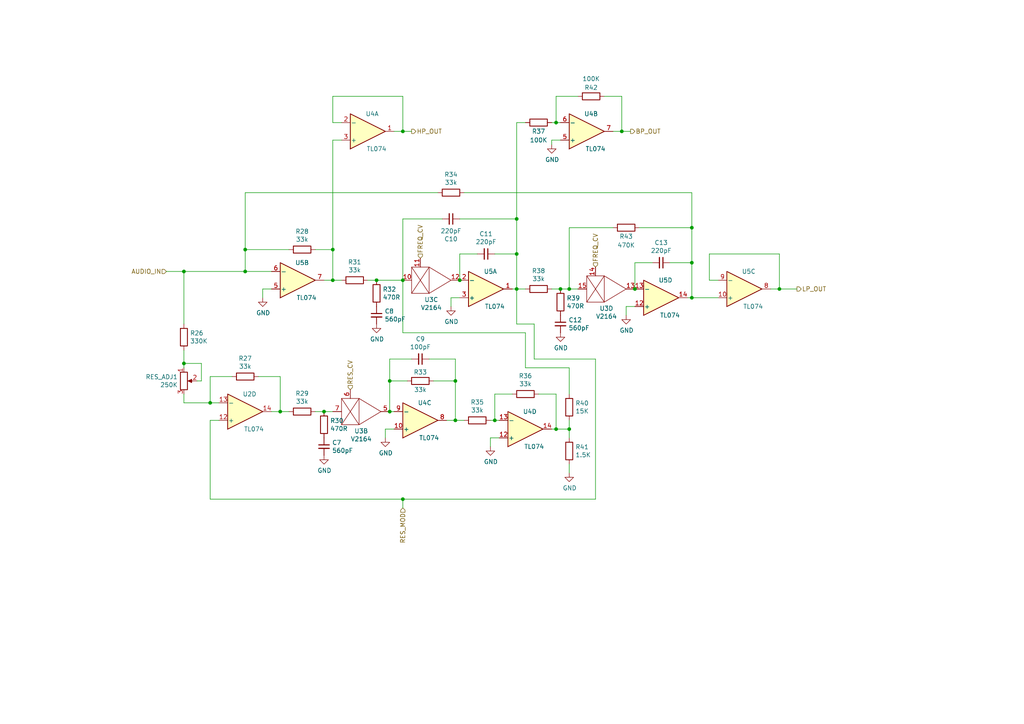
<source format=kicad_sch>
(kicad_sch (version 20211123) (generator eeschema)

  (uuid 0a2c91aa-91ea-4b4e-bf35-6b67c851df78)

  (paper "A4")

  (lib_symbols
    (symbol "Amplifier_Operational:TL074" (pin_names (offset 0.127)) (in_bom yes) (on_board yes)
      (property "Reference" "U" (id 0) (at 0 5.08 0)
        (effects (font (size 1.27 1.27)) (justify left))
      )
      (property "Value" "TL074" (id 1) (at 0 -5.08 0)
        (effects (font (size 1.27 1.27)) (justify left))
      )
      (property "Footprint" "" (id 2) (at -1.27 2.54 0)
        (effects (font (size 1.27 1.27)) hide)
      )
      (property "Datasheet" "http://www.ti.com/lit/ds/symlink/tl071.pdf" (id 3) (at 1.27 5.08 0)
        (effects (font (size 1.27 1.27)) hide)
      )
      (property "ki_locked" "" (id 4) (at 0 0 0)
        (effects (font (size 1.27 1.27)))
      )
      (property "ki_keywords" "quad opamp" (id 5) (at 0 0 0)
        (effects (font (size 1.27 1.27)) hide)
      )
      (property "ki_description" "Quad Low-Noise JFET-Input Operational Amplifiers, DIP-14/SOIC-14" (id 6) (at 0 0 0)
        (effects (font (size 1.27 1.27)) hide)
      )
      (property "ki_fp_filters" "SOIC*3.9x8.7mm*P1.27mm* DIP*W7.62mm* TSSOP*4.4x5mm*P0.65mm* SSOP*5.3x6.2mm*P0.65mm* MSOP*3x3mm*P0.5mm*" (id 7) (at 0 0 0)
        (effects (font (size 1.27 1.27)) hide)
      )
      (symbol "TL074_1_1"
        (polyline
          (pts
            (xy -5.08 5.08)
            (xy 5.08 0)
            (xy -5.08 -5.08)
            (xy -5.08 5.08)
          )
          (stroke (width 0.254) (type default) (color 0 0 0 0))
          (fill (type background))
        )
        (pin output line (at 7.62 0 180) (length 2.54)
          (name "~" (effects (font (size 1.27 1.27))))
          (number "1" (effects (font (size 1.27 1.27))))
        )
        (pin input line (at -7.62 -2.54 0) (length 2.54)
          (name "-" (effects (font (size 1.27 1.27))))
          (number "2" (effects (font (size 1.27 1.27))))
        )
        (pin input line (at -7.62 2.54 0) (length 2.54)
          (name "+" (effects (font (size 1.27 1.27))))
          (number "3" (effects (font (size 1.27 1.27))))
        )
      )
      (symbol "TL074_2_1"
        (polyline
          (pts
            (xy -5.08 5.08)
            (xy 5.08 0)
            (xy -5.08 -5.08)
            (xy -5.08 5.08)
          )
          (stroke (width 0.254) (type default) (color 0 0 0 0))
          (fill (type background))
        )
        (pin input line (at -7.62 2.54 0) (length 2.54)
          (name "+" (effects (font (size 1.27 1.27))))
          (number "5" (effects (font (size 1.27 1.27))))
        )
        (pin input line (at -7.62 -2.54 0) (length 2.54)
          (name "-" (effects (font (size 1.27 1.27))))
          (number "6" (effects (font (size 1.27 1.27))))
        )
        (pin output line (at 7.62 0 180) (length 2.54)
          (name "~" (effects (font (size 1.27 1.27))))
          (number "7" (effects (font (size 1.27 1.27))))
        )
      )
      (symbol "TL074_3_1"
        (polyline
          (pts
            (xy -5.08 5.08)
            (xy 5.08 0)
            (xy -5.08 -5.08)
            (xy -5.08 5.08)
          )
          (stroke (width 0.254) (type default) (color 0 0 0 0))
          (fill (type background))
        )
        (pin input line (at -7.62 2.54 0) (length 2.54)
          (name "+" (effects (font (size 1.27 1.27))))
          (number "10" (effects (font (size 1.27 1.27))))
        )
        (pin output line (at 7.62 0 180) (length 2.54)
          (name "~" (effects (font (size 1.27 1.27))))
          (number "8" (effects (font (size 1.27 1.27))))
        )
        (pin input line (at -7.62 -2.54 0) (length 2.54)
          (name "-" (effects (font (size 1.27 1.27))))
          (number "9" (effects (font (size 1.27 1.27))))
        )
      )
      (symbol "TL074_4_1"
        (polyline
          (pts
            (xy -5.08 5.08)
            (xy 5.08 0)
            (xy -5.08 -5.08)
            (xy -5.08 5.08)
          )
          (stroke (width 0.254) (type default) (color 0 0 0 0))
          (fill (type background))
        )
        (pin input line (at -7.62 2.54 0) (length 2.54)
          (name "+" (effects (font (size 1.27 1.27))))
          (number "12" (effects (font (size 1.27 1.27))))
        )
        (pin input line (at -7.62 -2.54 0) (length 2.54)
          (name "-" (effects (font (size 1.27 1.27))))
          (number "13" (effects (font (size 1.27 1.27))))
        )
        (pin output line (at 7.62 0 180) (length 2.54)
          (name "~" (effects (font (size 1.27 1.27))))
          (number "14" (effects (font (size 1.27 1.27))))
        )
      )
      (symbol "TL074_5_1"
        (pin power_in line (at -2.54 -7.62 90) (length 3.81)
          (name "V-" (effects (font (size 1.27 1.27))))
          (number "11" (effects (font (size 1.27 1.27))))
        )
        (pin power_in line (at -2.54 7.62 270) (length 3.81)
          (name "V+" (effects (font (size 1.27 1.27))))
          (number "4" (effects (font (size 1.27 1.27))))
        )
      )
    )
    (symbol "Device:C_Small" (pin_numbers hide) (pin_names (offset 0.254) hide) (in_bom yes) (on_board yes)
      (property "Reference" "C" (id 0) (at 0.254 1.778 0)
        (effects (font (size 1.27 1.27)) (justify left))
      )
      (property "Value" "C_Small" (id 1) (at 0.254 -2.032 0)
        (effects (font (size 1.27 1.27)) (justify left))
      )
      (property "Footprint" "" (id 2) (at 0 0 0)
        (effects (font (size 1.27 1.27)) hide)
      )
      (property "Datasheet" "~" (id 3) (at 0 0 0)
        (effects (font (size 1.27 1.27)) hide)
      )
      (property "ki_keywords" "capacitor cap" (id 4) (at 0 0 0)
        (effects (font (size 1.27 1.27)) hide)
      )
      (property "ki_description" "Unpolarized capacitor, small symbol" (id 5) (at 0 0 0)
        (effects (font (size 1.27 1.27)) hide)
      )
      (property "ki_fp_filters" "C_*" (id 6) (at 0 0 0)
        (effects (font (size 1.27 1.27)) hide)
      )
      (symbol "C_Small_0_1"
        (polyline
          (pts
            (xy -1.524 -0.508)
            (xy 1.524 -0.508)
          )
          (stroke (width 0.3302) (type default) (color 0 0 0 0))
          (fill (type none))
        )
        (polyline
          (pts
            (xy -1.524 0.508)
            (xy 1.524 0.508)
          )
          (stroke (width 0.3048) (type default) (color 0 0 0 0))
          (fill (type none))
        )
      )
      (symbol "C_Small_1_1"
        (pin passive line (at 0 2.54 270) (length 2.032)
          (name "~" (effects (font (size 1.27 1.27))))
          (number "1" (effects (font (size 1.27 1.27))))
        )
        (pin passive line (at 0 -2.54 90) (length 2.032)
          (name "~" (effects (font (size 1.27 1.27))))
          (number "2" (effects (font (size 1.27 1.27))))
        )
      )
    )
    (symbol "Device:R" (pin_numbers hide) (pin_names (offset 0)) (in_bom yes) (on_board yes)
      (property "Reference" "R" (id 0) (at 2.032 0 90)
        (effects (font (size 1.27 1.27)))
      )
      (property "Value" "R" (id 1) (at 0 0 90)
        (effects (font (size 1.27 1.27)))
      )
      (property "Footprint" "" (id 2) (at -1.778 0 90)
        (effects (font (size 1.27 1.27)) hide)
      )
      (property "Datasheet" "~" (id 3) (at 0 0 0)
        (effects (font (size 1.27 1.27)) hide)
      )
      (property "ki_keywords" "R res resistor" (id 4) (at 0 0 0)
        (effects (font (size 1.27 1.27)) hide)
      )
      (property "ki_description" "Resistor" (id 5) (at 0 0 0)
        (effects (font (size 1.27 1.27)) hide)
      )
      (property "ki_fp_filters" "R_*" (id 6) (at 0 0 0)
        (effects (font (size 1.27 1.27)) hide)
      )
      (symbol "R_0_1"
        (rectangle (start -1.016 -2.54) (end 1.016 2.54)
          (stroke (width 0.254) (type default) (color 0 0 0 0))
          (fill (type none))
        )
      )
      (symbol "R_1_1"
        (pin passive line (at 0 3.81 270) (length 1.27)
          (name "~" (effects (font (size 1.27 1.27))))
          (number "1" (effects (font (size 1.27 1.27))))
        )
        (pin passive line (at 0 -3.81 90) (length 1.27)
          (name "~" (effects (font (size 1.27 1.27))))
          (number "2" (effects (font (size 1.27 1.27))))
        )
      )
    )
    (symbol "Device:R_POT" (pin_names (offset 1.016) hide) (in_bom yes) (on_board yes)
      (property "Reference" "RV" (id 0) (at -4.445 0 90)
        (effects (font (size 1.27 1.27)))
      )
      (property "Value" "Device_R_POT" (id 1) (at -2.54 0 90)
        (effects (font (size 1.27 1.27)))
      )
      (property "Footprint" "" (id 2) (at 0 0 0)
        (effects (font (size 1.27 1.27)) hide)
      )
      (property "Datasheet" "" (id 3) (at 0 0 0)
        (effects (font (size 1.27 1.27)) hide)
      )
      (property "ki_fp_filters" "Potentiometer*" (id 4) (at 0 0 0)
        (effects (font (size 1.27 1.27)) hide)
      )
      (symbol "R_POT_0_1"
        (polyline
          (pts
            (xy 2.54 0)
            (xy 1.524 0)
          )
          (stroke (width 0) (type default) (color 0 0 0 0))
          (fill (type none))
        )
        (polyline
          (pts
            (xy 1.143 0)
            (xy 2.286 0.508)
            (xy 2.286 -0.508)
            (xy 1.143 0)
          )
          (stroke (width 0) (type default) (color 0 0 0 0))
          (fill (type outline))
        )
        (rectangle (start 1.016 2.54) (end -1.016 -2.54)
          (stroke (width 0.254) (type default) (color 0 0 0 0))
          (fill (type none))
        )
      )
      (symbol "R_POT_1_1"
        (pin passive line (at 0 3.81 270) (length 1.27)
          (name "1" (effects (font (size 1.27 1.27))))
          (number "1" (effects (font (size 1.27 1.27))))
        )
        (pin passive line (at 3.81 0 180) (length 1.27)
          (name "2" (effects (font (size 1.27 1.27))))
          (number "2" (effects (font (size 1.27 1.27))))
        )
        (pin passive line (at 0 -3.81 90) (length 1.27)
          (name "3" (effects (font (size 1.27 1.27))))
          (number "3" (effects (font (size 1.27 1.27))))
        )
      )
    )
    (symbol "power:GND" (power) (pin_names (offset 0)) (in_bom yes) (on_board yes)
      (property "Reference" "#PWR" (id 0) (at 0 -6.35 0)
        (effects (font (size 1.27 1.27)) hide)
      )
      (property "Value" "GND" (id 1) (at 0 -3.81 0)
        (effects (font (size 1.27 1.27)))
      )
      (property "Footprint" "" (id 2) (at 0 0 0)
        (effects (font (size 1.27 1.27)) hide)
      )
      (property "Datasheet" "" (id 3) (at 0 0 0)
        (effects (font (size 1.27 1.27)) hide)
      )
      (property "ki_keywords" "power-flag" (id 4) (at 0 0 0)
        (effects (font (size 1.27 1.27)) hide)
      )
      (property "ki_description" "Power symbol creates a global label with name \"GND\" , ground" (id 5) (at 0 0 0)
        (effects (font (size 1.27 1.27)) hide)
      )
      (symbol "GND_0_1"
        (polyline
          (pts
            (xy 0 0)
            (xy 0 -1.27)
            (xy 1.27 -1.27)
            (xy 0 -2.54)
            (xy -1.27 -1.27)
            (xy 0 -1.27)
          )
          (stroke (width 0) (type default) (color 0 0 0 0))
          (fill (type none))
        )
      )
      (symbol "GND_1_1"
        (pin power_in line (at 0 0 270) (length 0) hide
          (name "GND" (effects (font (size 1.27 1.27))))
          (number "1" (effects (font (size 1.27 1.27))))
        )
      )
    )
    (symbol "v2164:V2164" (pin_names (offset 1.016)) (in_bom yes) (on_board yes)
      (property "Reference" "U" (id 0) (at 2.54 8.89 0)
        (effects (font (size 1.27 1.27)))
      )
      (property "Value" "v2164_V2164" (id 1) (at 2.54 6.35 0)
        (effects (font (size 1.27 1.27)))
      )
      (property "Footprint" "" (id 2) (at 0 0 0)
        (effects (font (size 1.27 1.27)) hide)
      )
      (property "Datasheet" "" (id 3) (at 0 0 0)
        (effects (font (size 1.27 1.27)) hide)
      )
      (property "ki_locked" "" (id 4) (at 0 0 0)
        (effects (font (size 1.27 1.27)))
      )
      (symbol "V2164_1_1"
        (rectangle (start -5.08 3.81) (end 0 -3.81)
          (stroke (width 0) (type default) (color 0 0 0 0))
          (fill (type none))
        )
        (polyline
          (pts
            (xy -5.08 -3.81)
            (xy 0 3.81)
          )
          (stroke (width 0) (type default) (color 0 0 0 0))
          (fill (type none))
        )
        (polyline
          (pts
            (xy -5.08 3.81)
            (xy 0 -3.81)
          )
          (stroke (width 0) (type default) (color 0 0 0 0))
          (fill (type none))
        )
        (polyline
          (pts
            (xy 0 -3.81)
            (xy 6.35 0)
            (xy 0 3.81)
          )
          (stroke (width 0) (type default) (color 0 0 0 0))
          (fill (type none))
        )
        (pin input line (at -7.62 0 0) (length 2.54)
          (name "~" (effects (font (size 1.27 1.27))))
          (number "2" (effects (font (size 1.27 1.27))))
        )
        (pin input line (at -2.54 6.35 270) (length 2.54)
          (name "~" (effects (font (size 1.27 1.27))))
          (number "3" (effects (font (size 1.27 1.27))))
        )
        (pin output line (at 8.89 0 180) (length 2.54)
          (name "~" (effects (font (size 1.27 1.27))))
          (number "4" (effects (font (size 1.27 1.27))))
        )
      )
      (symbol "V2164_2_1"
        (rectangle (start -5.08 3.81) (end 0 -3.81)
          (stroke (width 0) (type default) (color 0 0 0 0))
          (fill (type none))
        )
        (polyline
          (pts
            (xy -5.08 -3.81)
            (xy 0 3.81)
          )
          (stroke (width 0) (type default) (color 0 0 0 0))
          (fill (type none))
        )
        (polyline
          (pts
            (xy -5.08 3.81)
            (xy 0 -3.81)
          )
          (stroke (width 0) (type default) (color 0 0 0 0))
          (fill (type none))
        )
        (polyline
          (pts
            (xy 0 -3.81)
            (xy 6.35 0)
            (xy 0 3.81)
          )
          (stroke (width 0) (type default) (color 0 0 0 0))
          (fill (type none))
        )
        (pin output line (at 8.89 0 180) (length 2.54)
          (name "~" (effects (font (size 1.27 1.27))))
          (number "5" (effects (font (size 1.27 1.27))))
        )
        (pin input line (at -2.54 6.35 270) (length 2.54)
          (name "~" (effects (font (size 1.27 1.27))))
          (number "6" (effects (font (size 1.27 1.27))))
        )
        (pin input line (at -7.62 0 0) (length 2.54)
          (name "~" (effects (font (size 1.27 1.27))))
          (number "7" (effects (font (size 1.27 1.27))))
        )
      )
      (symbol "V2164_3_1"
        (rectangle (start -5.08 3.81) (end 0 -3.81)
          (stroke (width 0) (type default) (color 0 0 0 0))
          (fill (type none))
        )
        (polyline
          (pts
            (xy -5.08 -3.81)
            (xy 0 3.81)
          )
          (stroke (width 0) (type default) (color 0 0 0 0))
          (fill (type none))
        )
        (polyline
          (pts
            (xy -5.08 3.81)
            (xy 0 -3.81)
          )
          (stroke (width 0) (type default) (color 0 0 0 0))
          (fill (type none))
        )
        (polyline
          (pts
            (xy 0 -3.81)
            (xy 6.35 0)
            (xy 0 3.81)
          )
          (stroke (width 0) (type default) (color 0 0 0 0))
          (fill (type none))
        )
        (pin input line (at -7.62 0 0) (length 2.54)
          (name "~" (effects (font (size 1.27 1.27))))
          (number "10" (effects (font (size 1.27 1.27))))
        )
        (pin input line (at -2.54 6.35 270) (length 2.54)
          (name "~" (effects (font (size 1.27 1.27))))
          (number "11" (effects (font (size 1.27 1.27))))
        )
        (pin output line (at 8.89 0 180) (length 2.54)
          (name "~" (effects (font (size 1.27 1.27))))
          (number "12" (effects (font (size 1.27 1.27))))
        )
      )
      (symbol "V2164_4_1"
        (rectangle (start -5.08 3.81) (end 0 -3.81)
          (stroke (width 0) (type default) (color 0 0 0 0))
          (fill (type none))
        )
        (polyline
          (pts
            (xy -5.08 -3.81)
            (xy 0 3.81)
          )
          (stroke (width 0) (type default) (color 0 0 0 0))
          (fill (type none))
        )
        (polyline
          (pts
            (xy -5.08 3.81)
            (xy 0 -3.81)
          )
          (stroke (width 0) (type default) (color 0 0 0 0))
          (fill (type none))
        )
        (polyline
          (pts
            (xy 0 -3.81)
            (xy 6.35 0)
            (xy 0 3.81)
          )
          (stroke (width 0) (type default) (color 0 0 0 0))
          (fill (type none))
        )
        (pin output line (at 8.89 0 180) (length 2.54)
          (name "~" (effects (font (size 1.27 1.27))))
          (number "13" (effects (font (size 1.27 1.27))))
        )
        (pin input line (at -2.54 6.35 270) (length 2.54)
          (name "~" (effects (font (size 1.27 1.27))))
          (number "14" (effects (font (size 1.27 1.27))))
        )
        (pin input line (at -7.62 0 0) (length 2.54)
          (name "~" (effects (font (size 1.27 1.27))))
          (number "15" (effects (font (size 1.27 1.27))))
        )
      )
      (symbol "V2164_5_1"
        (rectangle (start 5.08 5.08) (end -2.54 -5.08)
          (stroke (width 0) (type default) (color 0 0 0 0))
          (fill (type none))
        )
        (pin input line (at 7.62 3.81 180) (length 2.54)
          (name "MODE" (effects (font (size 1.27 1.27))))
          (number "1" (effects (font (size 1.27 1.27))))
        )
        (pin power_in line (at 7.62 1.27 180) (length 2.54)
          (name "V+" (effects (font (size 1.27 1.27))))
          (number "16" (effects (font (size 1.27 1.27))))
        )
        (pin power_in line (at 7.62 -1.27 180) (length 2.54)
          (name "GND" (effects (font (size 1.27 1.27))))
          (number "8" (effects (font (size 1.27 1.27))))
        )
        (pin power_in line (at 7.62 -3.81 180) (length 2.54)
          (name "-V" (effects (font (size 1.27 1.27))))
          (number "9" (effects (font (size 1.27 1.27))))
        )
      )
    )
  )

  (junction (at 165.1 124.46) (diameter 0) (color 0 0 0 0)
    (uuid 010af84a-c76e-447f-938a-c8aedc1b4a08)
  )
  (junction (at 149.86 63.5) (diameter 0) (color 0 0 0 0)
    (uuid 0141d008-b4c7-4995-abb6-f74e5cd07113)
  )
  (junction (at 132.08 121.92) (diameter 0) (color 0 0 0 0)
    (uuid 06f11a1f-e9b4-4a4c-b5ed-80dd332ac87c)
  )
  (junction (at 81.28 119.38) (diameter 0) (color 0 0 0 0)
    (uuid 11d9a1de-7071-4e12-bd3e-9ca88abb1087)
  )
  (junction (at 200.66 86.36) (diameter 0) (color 0 0 0 0)
    (uuid 201dd361-7cb5-4fdf-a8d8-605ed1e07371)
  )
  (junction (at 226.06 83.82) (diameter 0) (color 0 0 0 0)
    (uuid 240981e0-84aa-4bac-be8a-ee2bc8db61f0)
  )
  (junction (at 162.56 83.82) (diameter 0) (color 0 0 0 0)
    (uuid 248ddcd1-c414-42fc-a7c2-f114408a9b7c)
  )
  (junction (at 96.52 72.39) (diameter 0) (color 0 0 0 0)
    (uuid 315acf72-411b-42db-986e-e26e28e640ee)
  )
  (junction (at 165.1 83.82) (diameter 0) (color 0 0 0 0)
    (uuid 3a633eb3-4a39-4c54-9b47-dea7667b05e7)
  )
  (junction (at 71.12 78.74) (diameter 0) (color 0 0 0 0)
    (uuid 3ceec098-2595-49ca-a1c6-94010ccff316)
  )
  (junction (at 71.12 72.39) (diameter 0) (color 0 0 0 0)
    (uuid 3f05ffc1-66da-4742-81c6-ff1861fa6a09)
  )
  (junction (at 113.03 110.49) (diameter 0) (color 0 0 0 0)
    (uuid 4a42a0f5-27bf-4812-ba39-fa658ff5e79a)
  )
  (junction (at 161.29 124.46) (diameter 0) (color 0 0 0 0)
    (uuid 55524837-eb3e-4ef9-960e-ec72b6d16287)
  )
  (junction (at 200.66 66.04) (diameter 0) (color 0 0 0 0)
    (uuid 6feae9db-e289-4a45-9d21-4ac0e6f82b71)
  )
  (junction (at 149.86 73.66) (diameter 0) (color 0 0 0 0)
    (uuid 70dfdb04-e92f-4662-bb75-ef04c1257e59)
  )
  (junction (at 200.66 76.2) (diameter 0) (color 0 0 0 0)
    (uuid 77425f6c-2c57-457d-abb6-192d7a739e84)
  )
  (junction (at 96.52 81.28) (diameter 0) (color 0 0 0 0)
    (uuid 8d3119a6-1dcd-4c06-9b9e-9e89cccbeb0f)
  )
  (junction (at 109.22 81.28) (diameter 0) (color 0 0 0 0)
    (uuid a23f31e9-0de6-44e5-9598-2250a0a1390a)
  )
  (junction (at 113.03 119.38) (diameter 0) (color 0 0 0 0)
    (uuid a623ed9f-8c31-46b3-b533-c6f81040a878)
  )
  (junction (at 116.84 144.78) (diameter 0) (color 0 0 0 0)
    (uuid aeec1dfc-8b38-41b4-98aa-4ec107052fa6)
  )
  (junction (at 116.84 81.28) (diameter 0) (color 0 0 0 0)
    (uuid afc2d747-e828-4eba-a144-7ba317837edd)
  )
  (junction (at 184.15 83.82) (diameter 0) (color 0 0 0 0)
    (uuid b254d135-d369-481e-bc6b-4d885dd5f284)
  )
  (junction (at 53.34 78.74) (diameter 0) (color 0 0 0 0)
    (uuid b2734d76-5e05-4027-a382-80da71f0e29e)
  )
  (junction (at 143.51 121.92) (diameter 0) (color 0 0 0 0)
    (uuid bc565fbd-1a82-4697-be9e-b0a518d64185)
  )
  (junction (at 93.98 119.38) (diameter 0) (color 0 0 0 0)
    (uuid bdb52708-752f-43ad-b9d1-155aade5b868)
  )
  (junction (at 149.86 83.82) (diameter 0) (color 0 0 0 0)
    (uuid bf26c91e-abf3-4764-a151-0c438d87e032)
  )
  (junction (at 180.34 38.1) (diameter 0) (color 0 0 0 0)
    (uuid d3ae1885-596d-4333-92cf-3ba42e8d3e7a)
  )
  (junction (at 132.08 110.49) (diameter 0) (color 0 0 0 0)
    (uuid df31ae44-bde1-4227-a51a-fa8d974b58c2)
  )
  (junction (at 116.84 38.1) (diameter 0) (color 0 0 0 0)
    (uuid ec1e7f0f-6bad-4a1a-96bc-e1464032f44b)
  )
  (junction (at 133.35 81.28) (diameter 0) (color 0 0 0 0)
    (uuid ed1d67c9-cd92-4f40-b2d4-5e3fb3483ce5)
  )
  (junction (at 161.29 35.56) (diameter 0) (color 0 0 0 0)
    (uuid f0faaa60-7abc-40e9-b492-f45848ad3720)
  )
  (junction (at 60.96 116.84) (diameter 0) (color 0 0 0 0)
    (uuid f75d9e6f-faaa-4297-a1d2-025dd42c085c)
  )
  (junction (at 53.34 105.41) (diameter 0) (color 0 0 0 0)
    (uuid f80c0d98-1284-462a-ad2c-ad5fa39250c5)
  )

  (wire (pts (xy 53.34 114.3) (xy 53.34 116.84))
    (stroke (width 0) (type default) (color 0 0 0 0))
    (uuid 0072bb2f-0d7d-474d-a2c9-ecd3f2315a4f)
  )
  (wire (pts (xy 149.86 83.82) (xy 148.59 83.82))
    (stroke (width 0) (type default) (color 0 0 0 0))
    (uuid 011d9fc0-0b5f-4608-98a4-47b1f3452270)
  )
  (wire (pts (xy 161.29 124.46) (xy 160.02 124.46))
    (stroke (width 0) (type default) (color 0 0 0 0))
    (uuid 01c5fa28-5418-44ab-b163-ac8721ee32e4)
  )
  (wire (pts (xy 226.06 83.82) (xy 231.14 83.82))
    (stroke (width 0) (type default) (color 0 0 0 0))
    (uuid 035d3059-de19-4697-9478-b4ecd45b326d)
  )
  (wire (pts (xy 60.96 121.92) (xy 60.96 144.78))
    (stroke (width 0) (type default) (color 0 0 0 0))
    (uuid 078b428b-f968-4169-991b-00e969160329)
  )
  (wire (pts (xy 81.28 119.38) (xy 83.82 119.38))
    (stroke (width 0) (type default) (color 0 0 0 0))
    (uuid 0964f8df-28b7-47aa-ba14-8a211507b563)
  )
  (wire (pts (xy 162.56 83.82) (xy 165.1 83.82))
    (stroke (width 0) (type default) (color 0 0 0 0))
    (uuid 0a69629c-2797-4043-8b78-32a20a5e16f8)
  )
  (wire (pts (xy 142.24 127) (xy 142.24 129.54))
    (stroke (width 0) (type default) (color 0 0 0 0))
    (uuid 0aacf11c-082b-480b-9c75-364b82717b8a)
  )
  (wire (pts (xy 172.72 104.14) (xy 154.94 104.14))
    (stroke (width 0) (type default) (color 0 0 0 0))
    (uuid 0eb58100-ea08-48fb-bfbd-a4f6e9f06d1f)
  )
  (wire (pts (xy 113.03 119.38) (xy 113.03 110.49))
    (stroke (width 0) (type default) (color 0 0 0 0))
    (uuid 12389d54-d624-41f9-9f0e-42a9874cbbdd)
  )
  (wire (pts (xy 180.34 38.1) (xy 182.88 38.1))
    (stroke (width 0) (type default) (color 0 0 0 0))
    (uuid 123bd9db-ff3b-4695-bc2d-468a6e169055)
  )
  (wire (pts (xy 165.1 83.82) (xy 167.64 83.82))
    (stroke (width 0) (type default) (color 0 0 0 0))
    (uuid 12bc849e-bc89-498e-b215-e82df1c426f6)
  )
  (wire (pts (xy 165.1 127) (xy 165.1 124.46))
    (stroke (width 0) (type default) (color 0 0 0 0))
    (uuid 1646b92f-1ebd-4ff8-9093-08a2e937c90d)
  )
  (wire (pts (xy 143.51 121.92) (xy 144.78 121.92))
    (stroke (width 0) (type default) (color 0 0 0 0))
    (uuid 1ed6e7c3-238a-4d65-b937-d89d3486a20c)
  )
  (wire (pts (xy 154.94 93.98) (xy 149.86 93.98))
    (stroke (width 0) (type default) (color 0 0 0 0))
    (uuid 1fb863b5-afe3-46a1-ab84-c3d08d17ade5)
  )
  (wire (pts (xy 53.34 116.84) (xy 60.96 116.84))
    (stroke (width 0) (type default) (color 0 0 0 0))
    (uuid 235ffadc-ef9d-4ed1-ba96-973a4a540b8c)
  )
  (wire (pts (xy 143.51 114.3) (xy 143.51 121.92))
    (stroke (width 0) (type default) (color 0 0 0 0))
    (uuid 26291562-7203-4a30-af30-f39d4ee0e44e)
  )
  (wire (pts (xy 128.27 63.5) (xy 116.84 63.5))
    (stroke (width 0) (type default) (color 0 0 0 0))
    (uuid 2df79518-b9d9-4ea3-8ca2-84581b6d9328)
  )
  (wire (pts (xy 133.35 81.28) (xy 133.35 73.66))
    (stroke (width 0) (type default) (color 0 0 0 0))
    (uuid 2e24a872-0a76-4b10-a1d0-108f275ca715)
  )
  (wire (pts (xy 63.5 121.92) (xy 60.96 121.92))
    (stroke (width 0) (type default) (color 0 0 0 0))
    (uuid 2ed23232-79ce-4008-8e7c-41d01d770013)
  )
  (wire (pts (xy 60.96 116.84) (xy 60.96 109.22))
    (stroke (width 0) (type default) (color 0 0 0 0))
    (uuid 31d841ef-a478-4ff8-8eb3-a97a7e7f16df)
  )
  (wire (pts (xy 53.34 105.41) (xy 53.34 106.68))
    (stroke (width 0) (type default) (color 0 0 0 0))
    (uuid 33108c5a-29c5-44cf-9abe-1cd7111eacd8)
  )
  (wire (pts (xy 205.74 81.28) (xy 205.74 73.66))
    (stroke (width 0) (type default) (color 0 0 0 0))
    (uuid 36cede13-da59-4cf7-9775-a5a2e2724ce7)
  )
  (wire (pts (xy 161.29 114.3) (xy 161.29 124.46))
    (stroke (width 0) (type default) (color 0 0 0 0))
    (uuid 388e0a2c-4b7e-4e51-966d-955eb1d0a984)
  )
  (wire (pts (xy 162.56 40.64) (xy 160.02 40.64))
    (stroke (width 0) (type default) (color 0 0 0 0))
    (uuid 3c8c9dc5-a35c-45bc-86dd-afb557bfc093)
  )
  (wire (pts (xy 180.34 27.94) (xy 180.34 38.1))
    (stroke (width 0) (type default) (color 0 0 0 0))
    (uuid 3d6e84ea-6b94-4ea5-9f67-193663291368)
  )
  (wire (pts (xy 53.34 101.6) (xy 53.34 105.41))
    (stroke (width 0) (type default) (color 0 0 0 0))
    (uuid 452eed01-41c2-4aac-94e1-d9485d8d2125)
  )
  (wire (pts (xy 99.06 35.56) (xy 96.52 35.56))
    (stroke (width 0) (type default) (color 0 0 0 0))
    (uuid 4535606a-638b-4bce-b939-44881042249e)
  )
  (wire (pts (xy 116.84 144.78) (xy 116.84 147.32))
    (stroke (width 0) (type default) (color 0 0 0 0))
    (uuid 45e20d70-615a-40e4-96f8-0cff81e30dc8)
  )
  (wire (pts (xy 142.24 121.92) (xy 143.51 121.92))
    (stroke (width 0) (type default) (color 0 0 0 0))
    (uuid 4737d99f-398a-4b9e-8058-d1de175381de)
  )
  (wire (pts (xy 200.66 66.04) (xy 200.66 76.2))
    (stroke (width 0) (type default) (color 0 0 0 0))
    (uuid 474f61f7-15db-4547-87e0-48289c4e1381)
  )
  (wire (pts (xy 200.66 55.88) (xy 200.66 66.04))
    (stroke (width 0) (type default) (color 0 0 0 0))
    (uuid 48277c5e-3b93-41d1-8b35-aa7c03ffb502)
  )
  (wire (pts (xy 185.42 66.04) (xy 200.66 66.04))
    (stroke (width 0) (type default) (color 0 0 0 0))
    (uuid 4af97673-0531-4b19-ab2c-b83ea5bac519)
  )
  (wire (pts (xy 116.84 144.78) (xy 172.72 144.78))
    (stroke (width 0) (type default) (color 0 0 0 0))
    (uuid 4cb74ded-daaf-4c43-be2f-6bf1e49b6baa)
  )
  (wire (pts (xy 143.51 73.66) (xy 149.86 73.66))
    (stroke (width 0) (type default) (color 0 0 0 0))
    (uuid 4d657f21-53eb-43c9-a62a-17a1efa5c0ea)
  )
  (wire (pts (xy 160.02 83.82) (xy 162.56 83.82))
    (stroke (width 0) (type default) (color 0 0 0 0))
    (uuid 4fc74836-25fc-414a-bac9-4ae67522e413)
  )
  (wire (pts (xy 129.54 121.92) (xy 132.08 121.92))
    (stroke (width 0) (type default) (color 0 0 0 0))
    (uuid 51dee6a1-3732-48ff-a46d-a5e0c0e0e90a)
  )
  (wire (pts (xy 152.4 96.52) (xy 152.4 106.68))
    (stroke (width 0) (type default) (color 0 0 0 0))
    (uuid 56e7f64f-5eee-468c-b39d-c8f9baa7608f)
  )
  (wire (pts (xy 124.46 104.14) (xy 132.08 104.14))
    (stroke (width 0) (type default) (color 0 0 0 0))
    (uuid 58c44d9a-2777-4ad7-b6ab-de8d81c3be8f)
  )
  (wire (pts (xy 96.52 72.39) (xy 96.52 81.28))
    (stroke (width 0) (type default) (color 0 0 0 0))
    (uuid 590febc4-8eaf-4e1f-bd15-c4edff76a1d5)
  )
  (wire (pts (xy 144.78 127) (xy 142.24 127))
    (stroke (width 0) (type default) (color 0 0 0 0))
    (uuid 5acfb55d-a157-4520-bbc9-2a06d8c86f06)
  )
  (wire (pts (xy 149.86 93.98) (xy 149.86 83.82))
    (stroke (width 0) (type default) (color 0 0 0 0))
    (uuid 63ff2842-e367-46d2-b703-20732ffe2e50)
  )
  (wire (pts (xy 114.3 124.46) (xy 111.76 124.46))
    (stroke (width 0) (type default) (color 0 0 0 0))
    (uuid 6807e64e-7c79-4b3e-8ae6-967f3d811286)
  )
  (wire (pts (xy 74.93 109.22) (xy 81.28 109.22))
    (stroke (width 0) (type default) (color 0 0 0 0))
    (uuid 6842afc6-2e1b-4154-a8dd-dae395d08580)
  )
  (wire (pts (xy 208.28 81.28) (xy 205.74 81.28))
    (stroke (width 0) (type default) (color 0 0 0 0))
    (uuid 6abc8241-e54f-42c3-8211-b729f0980159)
  )
  (wire (pts (xy 111.76 124.46) (xy 111.76 127))
    (stroke (width 0) (type default) (color 0 0 0 0))
    (uuid 6ad3c23e-5372-4996-a479-682a65d21fd3)
  )
  (wire (pts (xy 116.84 81.28) (xy 116.84 96.52))
    (stroke (width 0) (type default) (color 0 0 0 0))
    (uuid 6e6d4a68-ce5f-4d96-b5aa-6fc0bf9df679)
  )
  (wire (pts (xy 133.35 86.36) (xy 130.81 86.36))
    (stroke (width 0) (type default) (color 0 0 0 0))
    (uuid 6f031730-c2ed-4c9e-ad0a-b44b1b7d77ee)
  )
  (wire (pts (xy 205.74 73.66) (xy 226.06 73.66))
    (stroke (width 0) (type default) (color 0 0 0 0))
    (uuid 6fdf88be-e5c3-47c1-aec0-fd317b4327ea)
  )
  (wire (pts (xy 109.22 81.28) (xy 116.84 81.28))
    (stroke (width 0) (type default) (color 0 0 0 0))
    (uuid 75250a4a-837d-4709-8bae-0941cad5439c)
  )
  (wire (pts (xy 71.12 78.74) (xy 53.34 78.74))
    (stroke (width 0) (type default) (color 0 0 0 0))
    (uuid 752cc20f-a5e5-4a52-a2d9-de21069bf37e)
  )
  (wire (pts (xy 81.28 119.38) (xy 78.74 119.38))
    (stroke (width 0) (type default) (color 0 0 0 0))
    (uuid 75fadcee-da77-4910-8b7a-4231d2bd3ce9)
  )
  (wire (pts (xy 96.52 81.28) (xy 93.98 81.28))
    (stroke (width 0) (type default) (color 0 0 0 0))
    (uuid 76ae66e7-1220-4717-8f7f-3c0ab4e9028e)
  )
  (wire (pts (xy 172.72 144.78) (xy 172.72 104.14))
    (stroke (width 0) (type default) (color 0 0 0 0))
    (uuid 7adf6f1f-67ea-431e-8129-26a4edbaa631)
  )
  (wire (pts (xy 184.15 83.82) (xy 184.15 76.2))
    (stroke (width 0) (type default) (color 0 0 0 0))
    (uuid 7c6db6a8-901e-4ef5-958a-45dacfff4aa6)
  )
  (wire (pts (xy 199.39 86.36) (xy 200.66 86.36))
    (stroke (width 0) (type default) (color 0 0 0 0))
    (uuid 7f87d0b1-5759-47ac-9cd2-2bd6761aa5f1)
  )
  (wire (pts (xy 58.42 105.41) (xy 53.34 105.41))
    (stroke (width 0) (type default) (color 0 0 0 0))
    (uuid 82675c4d-4497-4750-a2c2-a2e88b4945f9)
  )
  (wire (pts (xy 181.61 88.9) (xy 181.61 91.44))
    (stroke (width 0) (type default) (color 0 0 0 0))
    (uuid 8533845a-53e8-466d-aa31-77d11409df47)
  )
  (wire (pts (xy 116.84 63.5) (xy 116.84 81.28))
    (stroke (width 0) (type default) (color 0 0 0 0))
    (uuid 8a3befb5-d418-4e67-8e35-6bb09fc24219)
  )
  (wire (pts (xy 91.44 72.39) (xy 96.52 72.39))
    (stroke (width 0) (type default) (color 0 0 0 0))
    (uuid 8a3c37d8-38d8-412c-87f5-4f875cc2cadd)
  )
  (wire (pts (xy 116.84 38.1) (xy 119.38 38.1))
    (stroke (width 0) (type default) (color 0 0 0 0))
    (uuid 8abb0648-759b-4367-b10b-93922f35c6f1)
  )
  (wire (pts (xy 71.12 78.74) (xy 78.74 78.74))
    (stroke (width 0) (type default) (color 0 0 0 0))
    (uuid 8cdb0c76-2639-473e-b9c2-360cc84284f5)
  )
  (wire (pts (xy 71.12 55.88) (xy 127 55.88))
    (stroke (width 0) (type default) (color 0 0 0 0))
    (uuid 904caf7d-a54c-436b-866c-bd91a440533c)
  )
  (wire (pts (xy 130.81 86.36) (xy 130.81 88.9))
    (stroke (width 0) (type default) (color 0 0 0 0))
    (uuid 90fe0e74-60eb-46c4-8983-197f34e85c67)
  )
  (wire (pts (xy 125.73 110.49) (xy 132.08 110.49))
    (stroke (width 0) (type default) (color 0 0 0 0))
    (uuid 910054cc-f492-47b0-b49b-dcfc299b7e12)
  )
  (wire (pts (xy 184.15 88.9) (xy 181.61 88.9))
    (stroke (width 0) (type default) (color 0 0 0 0))
    (uuid 91538115-afc8-4061-984f-c0f0b81e41b4)
  )
  (wire (pts (xy 133.35 73.66) (xy 138.43 73.66))
    (stroke (width 0) (type default) (color 0 0 0 0))
    (uuid 91c7f493-c495-475b-b4d2-3da74fca821b)
  )
  (wire (pts (xy 149.86 73.66) (xy 149.86 83.82))
    (stroke (width 0) (type default) (color 0 0 0 0))
    (uuid 93fdd291-f2d0-41c5-9c96-c2494e0b7c25)
  )
  (wire (pts (xy 132.08 104.14) (xy 132.08 110.49))
    (stroke (width 0) (type default) (color 0 0 0 0))
    (uuid 94150b5c-e98d-4600-9819-2691a4419d6a)
  )
  (wire (pts (xy 71.12 72.39) (xy 71.12 78.74))
    (stroke (width 0) (type default) (color 0 0 0 0))
    (uuid 99624a45-8ced-4388-ae72-3738ba81320b)
  )
  (wire (pts (xy 160.02 40.64) (xy 160.02 41.91))
    (stroke (width 0) (type default) (color 0 0 0 0))
    (uuid 9a1236ca-c73c-4720-a281-a95280f7ded8)
  )
  (wire (pts (xy 113.03 119.38) (xy 114.3 119.38))
    (stroke (width 0) (type default) (color 0 0 0 0))
    (uuid 9c1a7cba-97ad-4b6d-9264-c7685e6cb2d0)
  )
  (wire (pts (xy 71.12 72.39) (xy 71.12 55.88))
    (stroke (width 0) (type default) (color 0 0 0 0))
    (uuid 9c6a31d2-c298-412b-babd-7999964e8127)
  )
  (wire (pts (xy 96.52 81.28) (xy 99.06 81.28))
    (stroke (width 0) (type default) (color 0 0 0 0))
    (uuid 9d0208a0-6716-483c-86d7-9c1921662080)
  )
  (wire (pts (xy 83.82 72.39) (xy 71.12 72.39))
    (stroke (width 0) (type default) (color 0 0 0 0))
    (uuid 9d35586f-81ad-4138-b794-c12732025bc6)
  )
  (wire (pts (xy 194.31 76.2) (xy 200.66 76.2))
    (stroke (width 0) (type default) (color 0 0 0 0))
    (uuid 9e65d507-8f47-43e6-8757-49442a19f3ed)
  )
  (wire (pts (xy 165.1 124.46) (xy 165.1 121.92))
    (stroke (width 0) (type default) (color 0 0 0 0))
    (uuid a02b1365-9adc-4f7a-a36f-67ef8f9323c2)
  )
  (wire (pts (xy 148.59 114.3) (xy 143.51 114.3))
    (stroke (width 0) (type default) (color 0 0 0 0))
    (uuid a077700a-488f-4f03-9b92-185daae188cb)
  )
  (wire (pts (xy 149.86 83.82) (xy 152.4 83.82))
    (stroke (width 0) (type default) (color 0 0 0 0))
    (uuid a46b21ce-a9b4-4e77-b90b-624ebdcc7259)
  )
  (wire (pts (xy 96.52 27.94) (xy 116.84 27.94))
    (stroke (width 0) (type default) (color 0 0 0 0))
    (uuid a5efecd6-0f34-4fac-9535-7cd41fbff1cd)
  )
  (wire (pts (xy 184.15 76.2) (xy 189.23 76.2))
    (stroke (width 0) (type default) (color 0 0 0 0))
    (uuid a7a960a7-f164-40db-b56f-e72f4cf3ef2b)
  )
  (wire (pts (xy 57.15 110.49) (xy 58.42 110.49))
    (stroke (width 0) (type default) (color 0 0 0 0))
    (uuid a81d61a1-2a81-4206-b508-2cfed48fe8ef)
  )
  (wire (pts (xy 165.1 66.04) (xy 177.8 66.04))
    (stroke (width 0) (type default) (color 0 0 0 0))
    (uuid a934162d-11ca-49f7-a578-f398340f1f67)
  )
  (wire (pts (xy 113.03 110.49) (xy 118.11 110.49))
    (stroke (width 0) (type default) (color 0 0 0 0))
    (uuid a9e5c8e6-4a0e-4f5a-9382-5cc222dc5bb9)
  )
  (wire (pts (xy 132.08 121.92) (xy 134.62 121.92))
    (stroke (width 0) (type default) (color 0 0 0 0))
    (uuid aaa4c367-69c4-4247-930e-c1b8d5b5df41)
  )
  (wire (pts (xy 113.03 110.49) (xy 113.03 104.14))
    (stroke (width 0) (type default) (color 0 0 0 0))
    (uuid ab1a329d-de70-4bec-98c3-c0a4d6901794)
  )
  (wire (pts (xy 53.34 78.74) (xy 53.34 93.98))
    (stroke (width 0) (type default) (color 0 0 0 0))
    (uuid ab5be492-0c14-4da4-a58e-f1df67f4fa40)
  )
  (wire (pts (xy 175.26 27.94) (xy 180.34 27.94))
    (stroke (width 0) (type default) (color 0 0 0 0))
    (uuid acd13dc5-d1ad-4f8c-9943-8221a0b52a51)
  )
  (wire (pts (xy 81.28 109.22) (xy 81.28 119.38))
    (stroke (width 0) (type default) (color 0 0 0 0))
    (uuid ad0a5663-3a87-439f-9d4d-a94e7563de34)
  )
  (wire (pts (xy 226.06 73.66) (xy 226.06 83.82))
    (stroke (width 0) (type default) (color 0 0 0 0))
    (uuid aed643f4-10b3-4e59-99b6-28c167eb5289)
  )
  (wire (pts (xy 161.29 35.56) (xy 162.56 35.56))
    (stroke (width 0) (type default) (color 0 0 0 0))
    (uuid b1183761-34b0-4b3f-81a6-bc25f288bffa)
  )
  (wire (pts (xy 134.62 55.88) (xy 200.66 55.88))
    (stroke (width 0) (type default) (color 0 0 0 0))
    (uuid b6fed660-b4fd-4f36-9a5f-f4d2e015c95b)
  )
  (wire (pts (xy 96.52 40.64) (xy 99.06 40.64))
    (stroke (width 0) (type default) (color 0 0 0 0))
    (uuid b8b45f75-14f0-4567-9201-67c3aeb03627)
  )
  (wire (pts (xy 93.98 119.38) (xy 96.52 119.38))
    (stroke (width 0) (type default) (color 0 0 0 0))
    (uuid b8d43577-8b9a-446d-958a-1257c3cea2ed)
  )
  (wire (pts (xy 78.74 83.82) (xy 76.2 83.82))
    (stroke (width 0) (type default) (color 0 0 0 0))
    (uuid b97fe95b-cde5-4ba9-abe0-6a956518e1d8)
  )
  (wire (pts (xy 165.1 106.68) (xy 165.1 114.3))
    (stroke (width 0) (type default) (color 0 0 0 0))
    (uuid bd47aa99-a0f3-4f5e-9e90-c04295b32650)
  )
  (wire (pts (xy 226.06 83.82) (xy 223.52 83.82))
    (stroke (width 0) (type default) (color 0 0 0 0))
    (uuid bf94b796-675a-4886-8d55-690cadc91f25)
  )
  (wire (pts (xy 116.84 27.94) (xy 116.84 38.1))
    (stroke (width 0) (type default) (color 0 0 0 0))
    (uuid c1b4cb64-64b8-4abd-a3de-81faea41df84)
  )
  (wire (pts (xy 113.03 104.14) (xy 119.38 104.14))
    (stroke (width 0) (type default) (color 0 0 0 0))
    (uuid c39c3305-eb94-47b2-bebe-8022bda97b12)
  )
  (wire (pts (xy 60.96 109.22) (xy 67.31 109.22))
    (stroke (width 0) (type default) (color 0 0 0 0))
    (uuid c59782e6-5d5d-43b6-b877-c72cbd94ce25)
  )
  (wire (pts (xy 160.02 35.56) (xy 161.29 35.56))
    (stroke (width 0) (type default) (color 0 0 0 0))
    (uuid ca0466b9-f445-410f-8a64-fb23fa2c8f0b)
  )
  (wire (pts (xy 116.84 38.1) (xy 114.3 38.1))
    (stroke (width 0) (type default) (color 0 0 0 0))
    (uuid ca1bada8-41cb-4cbb-bb40-90c679c748c4)
  )
  (wire (pts (xy 161.29 27.94) (xy 167.64 27.94))
    (stroke (width 0) (type default) (color 0 0 0 0))
    (uuid cb01a651-00d7-478f-9b2c-c1c52a19f27e)
  )
  (wire (pts (xy 149.86 63.5) (xy 133.35 63.5))
    (stroke (width 0) (type default) (color 0 0 0 0))
    (uuid cbcdb91f-964e-400a-86b0-c548100c5220)
  )
  (wire (pts (xy 200.66 86.36) (xy 200.66 76.2))
    (stroke (width 0) (type default) (color 0 0 0 0))
    (uuid ccd0f15c-5318-40de-93f0-f4e53d7d5c59)
  )
  (wire (pts (xy 161.29 124.46) (xy 165.1 124.46))
    (stroke (width 0) (type default) (color 0 0 0 0))
    (uuid cdb048c1-4ea1-44e8-8784-5f6e9f8f36ec)
  )
  (wire (pts (xy 152.4 106.68) (xy 165.1 106.68))
    (stroke (width 0) (type default) (color 0 0 0 0))
    (uuid d1fb12c2-0f9e-4b52-92f0-e6a5de7028a9)
  )
  (wire (pts (xy 156.21 114.3) (xy 161.29 114.3))
    (stroke (width 0) (type default) (color 0 0 0 0))
    (uuid d3452038-5304-4a73-a247-5f97cfeb4b37)
  )
  (wire (pts (xy 91.44 119.38) (xy 93.98 119.38))
    (stroke (width 0) (type default) (color 0 0 0 0))
    (uuid d37df131-930f-4ba1-8f8b-2c6984cddc03)
  )
  (wire (pts (xy 96.52 40.64) (xy 96.52 72.39))
    (stroke (width 0) (type default) (color 0 0 0 0))
    (uuid d5da1892-2a77-4bb2-b747-a4b0fc5fc1fa)
  )
  (wire (pts (xy 149.86 35.56) (xy 152.4 35.56))
    (stroke (width 0) (type default) (color 0 0 0 0))
    (uuid d8f87230-0f93-4837-8da6-aed5ea173719)
  )
  (wire (pts (xy 96.52 35.56) (xy 96.52 27.94))
    (stroke (width 0) (type default) (color 0 0 0 0))
    (uuid de6cce5a-002f-493f-bc6a-a67c2a353c80)
  )
  (wire (pts (xy 154.94 104.14) (xy 154.94 93.98))
    (stroke (width 0) (type default) (color 0 0 0 0))
    (uuid e7d6733e-51be-482e-ac52-fc73084ada87)
  )
  (wire (pts (xy 60.96 116.84) (xy 63.5 116.84))
    (stroke (width 0) (type default) (color 0 0 0 0))
    (uuid ead2d494-a79d-4ebd-9667-4f799768e977)
  )
  (wire (pts (xy 180.34 38.1) (xy 177.8 38.1))
    (stroke (width 0) (type default) (color 0 0 0 0))
    (uuid eb1a8152-c6f5-449e-9c9f-cdd1dbf359fa)
  )
  (wire (pts (xy 149.86 73.66) (xy 149.86 63.5))
    (stroke (width 0) (type default) (color 0 0 0 0))
    (uuid eb982137-4fa8-4be2-8046-34764ea65aab)
  )
  (wire (pts (xy 165.1 134.62) (xy 165.1 137.16))
    (stroke (width 0) (type default) (color 0 0 0 0))
    (uuid ecca367c-a31c-4379-9136-ead15b37059a)
  )
  (wire (pts (xy 58.42 110.49) (xy 58.42 105.41))
    (stroke (width 0) (type default) (color 0 0 0 0))
    (uuid effd187f-437a-47c3-aacd-a026a2a6bd95)
  )
  (wire (pts (xy 76.2 83.82) (xy 76.2 86.36))
    (stroke (width 0) (type default) (color 0 0 0 0))
    (uuid f2ef4a7c-eeb8-4631-8ad4-bfa03cdeabcd)
  )
  (wire (pts (xy 116.84 96.52) (xy 152.4 96.52))
    (stroke (width 0) (type default) (color 0 0 0 0))
    (uuid f40e04c5-7cc0-4a73-b191-6530e9b8aecf)
  )
  (wire (pts (xy 161.29 35.56) (xy 161.29 27.94))
    (stroke (width 0) (type default) (color 0 0 0 0))
    (uuid f59222f6-8d09-4b6d-a2e4-47491a202866)
  )
  (wire (pts (xy 60.96 144.78) (xy 116.84 144.78))
    (stroke (width 0) (type default) (color 0 0 0 0))
    (uuid f5e240c7-7353-423c-9245-f77c58bcf3c7)
  )
  (wire (pts (xy 48.26 78.74) (xy 53.34 78.74))
    (stroke (width 0) (type default) (color 0 0 0 0))
    (uuid f73820ba-4cd5-4262-b033-abfb93cb0a6e)
  )
  (wire (pts (xy 132.08 110.49) (xy 132.08 121.92))
    (stroke (width 0) (type default) (color 0 0 0 0))
    (uuid f7b75dd3-9b9e-432c-ae69-4479da367a8c)
  )
  (wire (pts (xy 149.86 35.56) (xy 149.86 63.5))
    (stroke (width 0) (type default) (color 0 0 0 0))
    (uuid f8435d69-5906-482a-9512-4cf84d85d488)
  )
  (wire (pts (xy 165.1 83.82) (xy 165.1 66.04))
    (stroke (width 0) (type default) (color 0 0 0 0))
    (uuid fc38a107-0daa-4b7f-9601-b17d186ebed4)
  )
  (wire (pts (xy 200.66 86.36) (xy 208.28 86.36))
    (stroke (width 0) (type default) (color 0 0 0 0))
    (uuid fca2048b-79c6-4689-b9f8-d5e71e12e694)
  )
  (wire (pts (xy 106.68 81.28) (xy 109.22 81.28))
    (stroke (width 0) (type default) (color 0 0 0 0))
    (uuid fff27c7a-ba4e-4775-bbee-2a89b1cd8579)
  )

  (hierarchical_label "RES_MOD" (shape input) (at 116.84 147.32 270)
    (effects (font (size 1.27 1.27)) (justify right))
    (uuid 023ec655-a616-4c96-bd3a-af4fa730d07f)
  )
  (hierarchical_label "LP_OUT" (shape output) (at 231.14 83.82 0)
    (effects (font (size 1.27 1.27)) (justify left))
    (uuid 07fac242-2f7e-4e53-93f6-efd2a105480d)
  )
  (hierarchical_label "BP_OUT" (shape output) (at 182.88 38.1 0)
    (effects (font (size 1.27 1.27)) (justify left))
    (uuid 182dfdf3-1147-4a66-a36b-b92ff85d83d5)
  )
  (hierarchical_label "AUDIO_IN" (shape input) (at 48.26 78.74 180)
    (effects (font (size 1.27 1.27)) (justify right))
    (uuid 3a3d38e9-305d-4a38-8b8d-2276351229bc)
  )
  (hierarchical_label "FREQ_CV" (shape input) (at 121.92 74.93 90)
    (effects (font (size 1.27 1.27)) (justify left))
    (uuid 6e556c75-a8d1-4cbb-8d14-86e8b126cce5)
  )
  (hierarchical_label "HP_OUT" (shape output) (at 119.38 38.1 0)
    (effects (font (size 1.27 1.27)) (justify left))
    (uuid dc9b63d0-d9bd-4382-9266-6792e3eba579)
  )
  (hierarchical_label "RES_CV" (shape input) (at 101.6 113.03 90)
    (effects (font (size 1.27 1.27)) (justify left))
    (uuid e42c32bd-a599-43b0-b27c-32820a4ff7f5)
  )
  (hierarchical_label "FREQ_CV" (shape input) (at 172.72 77.47 90)
    (effects (font (size 1.27 1.27)) (justify left))
    (uuid ea25de86-aead-41c1-a92e-e059eba647c4)
  )

  (symbol (lib_id "Amplifier_Operational:TL074") (at 86.36 81.28 0) (mirror x) (unit 2)
    (in_bom yes) (on_board yes)
    (uuid 00000000-0000-0000-0000-00005d578fc5)
    (property "Reference" "U5" (id 0) (at 87.63 76.2 0))
    (property "Value" "TL074" (id 1) (at 88.9 86.36 0))
    (property "Footprint" "Package_SO:SOIC-14_3.9x8.7mm_P1.27mm" (id 2) (at 85.09 83.82 0)
      (effects (font (size 1.27 1.27)) hide)
    )
    (property "Datasheet" "https://datasheet.lcsc.com/lcsc/1809291911_Texas-Instruments-TL074CDR_C12594.pdf" (id 3) (at 87.63 86.36 0)
      (effects (font (size 1.27 1.27)) hide)
    )
    (property "LCSC" "C12594" (id 4) (at 86.36 81.28 0)
      (effects (font (size 1.27 1.27)) hide)
    )
    (pin "5" (uuid 466f8d1c-c448-4a97-87ec-4e94847952fc))
    (pin "6" (uuid e8a5d0de-f294-42b4-a32d-95b01f36190d))
    (pin "7" (uuid 7f4c333e-95dd-4f0c-b8a5-bc57a1ff22fb))
  )

  (symbol (lib_id "Amplifier_Operational:TL074") (at 71.12 119.38 0) (mirror x) (unit 4)
    (in_bom yes) (on_board yes)
    (uuid 00000000-0000-0000-0000-00005d578fcc)
    (property "Reference" "U2" (id 0) (at 72.39 114.3 0))
    (property "Value" "TL074" (id 1) (at 73.66 124.46 0))
    (property "Footprint" "Package_SO:SOIC-14_3.9x8.7mm_P1.27mm" (id 2) (at 69.85 121.92 0)
      (effects (font (size 1.27 1.27)) hide)
    )
    (property "Datasheet" "https://datasheet.lcsc.com/lcsc/1809291911_Texas-Instruments-TL074CDR_C12594.pdf" (id 3) (at 72.39 124.46 0)
      (effects (font (size 1.27 1.27)) hide)
    )
    (property "LCSC" "C12594" (id 4) (at 71.12 119.38 0)
      (effects (font (size 1.27 1.27)) hide)
    )
    (pin "12" (uuid 43ca08d4-846a-41b1-a610-aa6c41c9f133))
    (pin "13" (uuid 56f922ba-5e6c-4b39-98b8-ceef758779a3))
    (pin "14" (uuid 908ce94b-b837-4c84-b759-ec4fbb006eea))
  )

  (symbol (lib_id "Amplifier_Operational:TL074") (at 106.68 38.1 0) (mirror x) (unit 1)
    (in_bom yes) (on_board yes)
    (uuid 00000000-0000-0000-0000-00005d578fd3)
    (property "Reference" "U4" (id 0) (at 107.95 33.02 0))
    (property "Value" "TL074" (id 1) (at 109.22 43.18 0))
    (property "Footprint" "Package_SO:SOIC-14_3.9x8.7mm_P1.27mm" (id 2) (at 105.41 40.64 0)
      (effects (font (size 1.27 1.27)) hide)
    )
    (property "Datasheet" "https://datasheet.lcsc.com/lcsc/1809291911_Texas-Instruments-TL074CDR_C12594.pdf" (id 3) (at 107.95 43.18 0)
      (effects (font (size 1.27 1.27)) hide)
    )
    (property "LCSC" "C12594" (id 4) (at 106.68 38.1 0)
      (effects (font (size 1.27 1.27)) hide)
    )
    (pin "1" (uuid 51714bed-6ee5-4972-a9d5-57634491f8d5))
    (pin "2" (uuid e8be5e6b-8e6f-460b-82bc-ded54650b6ed))
    (pin "3" (uuid 8a46d6d8-d5e5-4e1e-8983-0462c56a46c9))
  )

  (symbol (lib_id "Amplifier_Operational:TL074") (at 140.97 83.82 0) (mirror x) (unit 1)
    (in_bom yes) (on_board yes)
    (uuid 00000000-0000-0000-0000-00005d578fda)
    (property "Reference" "U5" (id 0) (at 142.24 78.74 0))
    (property "Value" "TL074" (id 1) (at 143.51 88.9 0))
    (property "Footprint" "Package_SO:SOIC-14_3.9x8.7mm_P1.27mm" (id 2) (at 139.7 86.36 0)
      (effects (font (size 1.27 1.27)) hide)
    )
    (property "Datasheet" "https://datasheet.lcsc.com/lcsc/1809291911_Texas-Instruments-TL074CDR_C12594.pdf" (id 3) (at 142.24 88.9 0)
      (effects (font (size 1.27 1.27)) hide)
    )
    (property "LCSC" "C12594" (id 4) (at 140.97 83.82 0)
      (effects (font (size 1.27 1.27)) hide)
    )
    (pin "1" (uuid 97c23923-2367-4bf1-acfa-ff853c38d97a))
    (pin "2" (uuid afa9d88b-9d9e-426f-a433-b002c8342a41))
    (pin "3" (uuid 2fe85ecd-8c07-44b1-bc87-5325bc1598bc))
  )

  (symbol (lib_id "Amplifier_Operational:TL074") (at 170.18 38.1 0) (mirror x) (unit 2)
    (in_bom yes) (on_board yes)
    (uuid 00000000-0000-0000-0000-00005d578fe1)
    (property "Reference" "U4" (id 0) (at 171.45 33.02 0))
    (property "Value" "TL074" (id 1) (at 172.72 43.18 0))
    (property "Footprint" "Package_SO:SOIC-14_3.9x8.7mm_P1.27mm" (id 2) (at 168.91 40.64 0)
      (effects (font (size 1.27 1.27)) hide)
    )
    (property "Datasheet" "https://datasheet.lcsc.com/lcsc/1809291911_Texas-Instruments-TL074CDR_C12594.pdf" (id 3) (at 171.45 43.18 0)
      (effects (font (size 1.27 1.27)) hide)
    )
    (property "LCSC" "C12594" (id 4) (at 170.18 38.1 0)
      (effects (font (size 1.27 1.27)) hide)
    )
    (pin "5" (uuid d039718a-5f93-4d2d-b957-a40b11652989))
    (pin "6" (uuid feb38b83-6d1c-4038-a568-147252bfbe12))
    (pin "7" (uuid 8217ca7d-977c-4985-a684-eea82e5113b4))
  )

  (symbol (lib_id "Amplifier_Operational:TL074") (at 215.9 83.82 0) (mirror x) (unit 3)
    (in_bom yes) (on_board yes)
    (uuid 00000000-0000-0000-0000-00005d578fe8)
    (property "Reference" "U5" (id 0) (at 217.17 78.74 0))
    (property "Value" "TL074" (id 1) (at 218.44 88.9 0))
    (property "Footprint" "Package_SO:SOIC-14_3.9x8.7mm_P1.27mm" (id 2) (at 214.63 86.36 0)
      (effects (font (size 1.27 1.27)) hide)
    )
    (property "Datasheet" "https://datasheet.lcsc.com/lcsc/1809291911_Texas-Instruments-TL074CDR_C12594.pdf" (id 3) (at 217.17 88.9 0)
      (effects (font (size 1.27 1.27)) hide)
    )
    (property "LCSC" "C12594" (id 4) (at 215.9 83.82 0)
      (effects (font (size 1.27 1.27)) hide)
    )
    (pin "10" (uuid 1b27d1c8-f65f-4837-ac2a-4472d56cd4ff))
    (pin "8" (uuid e7cc72e9-2528-4173-ac91-2a1600dc3104))
    (pin "9" (uuid d75bbaff-de62-4f47-b2c1-42ba1e99da40))
  )

  (symbol (lib_id "Amplifier_Operational:TL074") (at 191.77 86.36 0) (mirror x) (unit 4)
    (in_bom yes) (on_board yes)
    (uuid 00000000-0000-0000-0000-00005d578fef)
    (property "Reference" "U5" (id 0) (at 193.04 81.28 0))
    (property "Value" "TL074" (id 1) (at 194.31 91.44 0))
    (property "Footprint" "Package_SO:SOIC-14_3.9x8.7mm_P1.27mm" (id 2) (at 190.5 88.9 0)
      (effects (font (size 1.27 1.27)) hide)
    )
    (property "Datasheet" "https://datasheet.lcsc.com/lcsc/1809291911_Texas-Instruments-TL074CDR_C12594.pdf" (id 3) (at 193.04 91.44 0)
      (effects (font (size 1.27 1.27)) hide)
    )
    (property "LCSC" "C12594" (id 4) (at 191.77 86.36 0)
      (effects (font (size 1.27 1.27)) hide)
    )
    (pin "12" (uuid 5dfa8f9a-6e69-407d-b1ae-eb50492ca459))
    (pin "13" (uuid 8231f06e-2ee3-4905-af5e-c0d72e3085eb))
    (pin "14" (uuid e93b4aa0-7fe2-4b97-9fb5-c5458e04e006))
  )

  (symbol (lib_id "Amplifier_Operational:TL074") (at 121.92 121.92 0) (mirror x) (unit 3)
    (in_bom yes) (on_board yes)
    (uuid 00000000-0000-0000-0000-00005d578ff6)
    (property "Reference" "U4" (id 0) (at 123.19 116.84 0))
    (property "Value" "TL074" (id 1) (at 124.46 127 0))
    (property "Footprint" "Package_SO:SOIC-14_3.9x8.7mm_P1.27mm" (id 2) (at 120.65 124.46 0)
      (effects (font (size 1.27 1.27)) hide)
    )
    (property "Datasheet" "https://datasheet.lcsc.com/lcsc/1809291911_Texas-Instruments-TL074CDR_C12594.pdf" (id 3) (at 123.19 127 0)
      (effects (font (size 1.27 1.27)) hide)
    )
    (property "LCSC" "C12594" (id 4) (at 121.92 121.92 0)
      (effects (font (size 1.27 1.27)) hide)
    )
    (pin "10" (uuid 0bf07fd4-aa7e-4f51-a6a6-44b27866d654))
    (pin "8" (uuid f0b46255-e918-4a38-931d-8a945e9905c3))
    (pin "9" (uuid bbc3af49-fdef-47bd-8494-93433b79685b))
  )

  (symbol (lib_id "Amplifier_Operational:TL074") (at 152.4 124.46 0) (mirror x) (unit 4)
    (in_bom yes) (on_board yes)
    (uuid 00000000-0000-0000-0000-00005d578ffd)
    (property "Reference" "U4" (id 0) (at 153.67 119.38 0))
    (property "Value" "TL074" (id 1) (at 154.94 129.54 0))
    (property "Footprint" "Package_SO:SOIC-14_3.9x8.7mm_P1.27mm" (id 2) (at 151.13 127 0)
      (effects (font (size 1.27 1.27)) hide)
    )
    (property "Datasheet" "https://datasheet.lcsc.com/lcsc/1809291911_Texas-Instruments-TL074CDR_C12594.pdf" (id 3) (at 153.67 129.54 0)
      (effects (font (size 1.27 1.27)) hide)
    )
    (property "LCSC" "C12594" (id 4) (at 152.4 124.46 0)
      (effects (font (size 1.27 1.27)) hide)
    )
    (pin "12" (uuid 33aa4306-27d6-4090-96fe-2e0a2a713e0b))
    (pin "13" (uuid a631a287-dbe8-4491-9924-f1eeb226bfe0))
    (pin "14" (uuid 89bc2a9a-0459-4374-90b7-e699bb20f381))
  )

  (symbol (lib_id "v2164:V2164") (at 124.46 81.28 0) (unit 3)
    (in_bom yes) (on_board yes)
    (uuid 00000000-0000-0000-0000-00005d579004)
    (property "Reference" "U3" (id 0) (at 125.095 86.9188 0))
    (property "Value" "V2164" (id 1) (at 125.095 89.2302 0))
    (property "Footprint" "Package_SO:SOIC-16_3.9x9.9mm_P1.27mm" (id 2) (at 124.46 81.28 0)
      (effects (font (size 1.27 1.27)) hide)
    )
    (property "Datasheet" "" (id 3) (at 124.46 81.28 0)
      (effects (font (size 1.27 1.27)) hide)
    )
    (pin "10" (uuid 71885243-5b46-48dd-99ac-0bd8b9c078df))
    (pin "11" (uuid 105fbd65-eb38-4079-82aa-c51ab8697030))
    (pin "12" (uuid 6b6fa031-d624-43d1-842e-f25c3d8a114c))
  )

  (symbol (lib_id "v2164:V2164") (at 175.26 83.82 0) (unit 4)
    (in_bom yes) (on_board yes)
    (uuid 00000000-0000-0000-0000-00005d57900b)
    (property "Reference" "U3" (id 0) (at 175.895 89.4588 0))
    (property "Value" "V2164" (id 1) (at 175.895 91.7702 0))
    (property "Footprint" "Package_SO:SOIC-16_3.9x9.9mm_P1.27mm" (id 2) (at 175.26 83.82 0)
      (effects (font (size 1.27 1.27)) hide)
    )
    (property "Datasheet" "" (id 3) (at 175.26 83.82 0)
      (effects (font (size 1.27 1.27)) hide)
    )
    (pin "13" (uuid 1cd4cd25-b3d1-4eb2-9ee3-b812e12c968e))
    (pin "14" (uuid 81ee098e-cdb0-4a5b-b358-35fb3f1d56ba))
    (pin "15" (uuid 4d44b129-c661-445a-acd1-16280b0de7da))
  )

  (symbol (lib_id "v2164:V2164") (at 104.14 119.38 0) (unit 2)
    (in_bom yes) (on_board yes)
    (uuid 00000000-0000-0000-0000-00005d579012)
    (property "Reference" "U3" (id 0) (at 104.775 125.0188 0))
    (property "Value" "V2164" (id 1) (at 104.775 127.3302 0))
    (property "Footprint" "Package_SO:SOIC-16_3.9x9.9mm_P1.27mm" (id 2) (at 104.14 119.38 0)
      (effects (font (size 1.27 1.27)) hide)
    )
    (property "Datasheet" "" (id 3) (at 104.14 119.38 0)
      (effects (font (size 1.27 1.27)) hide)
    )
    (pin "5" (uuid b29e116d-0c94-4f3d-a318-db4c1054931b))
    (pin "6" (uuid 328427ae-624d-4ad5-9eae-c7dba1277b8f))
    (pin "7" (uuid 7cd22ddf-b7a3-4ab8-89e3-a5e58213159b))
  )

  (symbol (lib_id "power:GND") (at 76.2 86.36 0) (unit 1)
    (in_bom yes) (on_board yes)
    (uuid 00000000-0000-0000-0000-00005d57901b)
    (property "Reference" "#PWR020" (id 0) (at 76.2 92.71 0)
      (effects (font (size 1.27 1.27)) hide)
    )
    (property "Value" "GND" (id 1) (at 76.327 90.7542 0))
    (property "Footprint" "" (id 2) (at 76.2 86.36 0)
      (effects (font (size 1.27 1.27)) hide)
    )
    (property "Datasheet" "" (id 3) (at 76.2 86.36 0)
      (effects (font (size 1.27 1.27)) hide)
    )
    (pin "1" (uuid c51edcf5-8a20-408b-ac74-0d51048458e1))
  )

  (symbol (lib_id "Device:R") (at 87.63 72.39 270) (unit 1)
    (in_bom yes) (on_board yes)
    (uuid 00000000-0000-0000-0000-00005d579021)
    (property "Reference" "R28" (id 0) (at 87.63 67.1322 90))
    (property "Value" "33k" (id 1) (at 87.63 69.4436 90))
    (property "Footprint" "Resistor_SMD:R_0603_1608Metric_Pad1.05x0.95mm_HandSolder" (id 2) (at 87.63 70.612 90)
      (effects (font (size 1.27 1.27)) hide)
    )
    (property "Datasheet" "https://datasheet.lcsc.com/lcsc/1811091810_UNI-ROYAL-Uniroyal-Elec-0603WAF3302T5E_C4216.pdf" (id 3) (at 87.63 72.39 0)
      (effects (font (size 1.27 1.27)) hide)
    )
    (property "LCSC" "C4216" (id 4) (at 87.63 72.39 0)
      (effects (font (size 1.27 1.27)) hide)
    )
    (pin "1" (uuid f59227e2-cf65-4d1c-abcb-b5aabace8a43))
    (pin "2" (uuid 07ee791d-450c-4bdb-b268-f61fa3e4679b))
  )

  (symbol (lib_id "Device:R") (at 102.87 81.28 270) (unit 1)
    (in_bom yes) (on_board yes)
    (uuid 00000000-0000-0000-0000-00005d579028)
    (property "Reference" "R31" (id 0) (at 102.87 76.0222 90))
    (property "Value" "33k" (id 1) (at 102.87 78.3336 90))
    (property "Footprint" "Resistor_SMD:R_0603_1608Metric_Pad1.05x0.95mm_HandSolder" (id 2) (at 102.87 79.502 90)
      (effects (font (size 1.27 1.27)) hide)
    )
    (property "Datasheet" "https://datasheet.lcsc.com/lcsc/1811091810_UNI-ROYAL-Uniroyal-Elec-0603WAF3302T5E_C4216.pdf" (id 3) (at 102.87 81.28 0)
      (effects (font (size 1.27 1.27)) hide)
    )
    (property "LCSC" "C4216" (id 4) (at 102.87 81.28 0)
      (effects (font (size 1.27 1.27)) hide)
    )
    (pin "1" (uuid a24362d9-3660-419f-bf96-4d264937c9fb))
    (pin "2" (uuid 08428ec9-6c57-4722-b62a-5e6341ba9cc5))
  )

  (symbol (lib_id "Device:R") (at 109.22 85.09 180) (unit 1)
    (in_bom yes) (on_board yes)
    (uuid 00000000-0000-0000-0000-00005d579036)
    (property "Reference" "R32" (id 0) (at 110.998 83.9216 0)
      (effects (font (size 1.27 1.27)) (justify right))
    )
    (property "Value" "470R" (id 1) (at 110.998 86.233 0)
      (effects (font (size 1.27 1.27)) (justify right))
    )
    (property "Footprint" "Resistor_SMD:R_0603_1608Metric_Pad1.05x0.95mm_HandSolder" (id 2) (at 110.998 85.09 90)
      (effects (font (size 1.27 1.27)) hide)
    )
    (property "Datasheet" "https://datasheet.lcsc.com/lcsc/1811081712_UNI-ROYAL-Uniroyal-Elec-0603WAF4700T5E_C23179.pdf" (id 3) (at 109.22 85.09 0)
      (effects (font (size 1.27 1.27)) hide)
    )
    (property "LCSC" "C23179" (id 4) (at 109.22 85.09 0)
      (effects (font (size 1.27 1.27)) hide)
    )
    (pin "1" (uuid c3e7de26-ca88-4bdb-ab01-f0a76db633dd))
    (pin "2" (uuid 3412f87c-3dcf-4512-a2ac-e89c82f33432))
  )

  (symbol (lib_id "Device:C_Small") (at 109.22 91.44 0) (unit 1)
    (in_bom yes) (on_board yes)
    (uuid 00000000-0000-0000-0000-00005d57903d)
    (property "Reference" "C8" (id 0) (at 111.5568 90.2716 0)
      (effects (font (size 1.27 1.27)) (justify left))
    )
    (property "Value" "560pF" (id 1) (at 111.5568 92.583 0)
      (effects (font (size 1.27 1.27)) (justify left))
    )
    (property "Footprint" "Capacitor_SMD:C_0603_1608Metric_Pad1.05x0.95mm_HandSolder" (id 2) (at 109.22 91.44 0)
      (effects (font (size 1.27 1.27)) hide)
    )
    (property "Datasheet" "https://datasheet.lcsc.com/lcsc/1810191216_Samsung-Electro-Mechanics-CL10C561JB8NNNC_C55393.pdf" (id 3) (at 109.22 91.44 0)
      (effects (font (size 1.27 1.27)) hide)
    )
    (property "LCSC" "C55393" (id 4) (at 109.22 91.44 0)
      (effects (font (size 1.27 1.27)) hide)
    )
    (pin "1" (uuid 10775b19-ecce-4d7b-9428-5b1f4f429fa6))
    (pin "2" (uuid 067792fe-571c-4578-ba32-1c71d77b4de5))
  )

  (symbol (lib_id "power:GND") (at 109.22 93.98 0) (unit 1)
    (in_bom yes) (on_board yes)
    (uuid 00000000-0000-0000-0000-00005d579044)
    (property "Reference" "#PWR022" (id 0) (at 109.22 100.33 0)
      (effects (font (size 1.27 1.27)) hide)
    )
    (property "Value" "GND" (id 1) (at 109.347 98.3742 0))
    (property "Footprint" "" (id 2) (at 109.22 93.98 0)
      (effects (font (size 1.27 1.27)) hide)
    )
    (property "Datasheet" "" (id 3) (at 109.22 93.98 0)
      (effects (font (size 1.27 1.27)) hide)
    )
    (pin "1" (uuid e70ab432-5e5e-4560-9809-eb858630b8b5))
  )

  (symbol (lib_id "power:GND") (at 130.81 88.9 0) (unit 1)
    (in_bom yes) (on_board yes)
    (uuid 00000000-0000-0000-0000-00005d57904f)
    (property "Reference" "#PWR024" (id 0) (at 130.81 95.25 0)
      (effects (font (size 1.27 1.27)) hide)
    )
    (property "Value" "GND" (id 1) (at 130.937 93.2942 0))
    (property "Footprint" "" (id 2) (at 130.81 88.9 0)
      (effects (font (size 1.27 1.27)) hide)
    )
    (property "Datasheet" "" (id 3) (at 130.81 88.9 0)
      (effects (font (size 1.27 1.27)) hide)
    )
    (pin "1" (uuid a63de8d8-556e-460c-b1fe-c7ccba6e59e8))
  )

  (symbol (lib_id "Device:C_Small") (at 140.97 73.66 270) (unit 1)
    (in_bom yes) (on_board yes)
    (uuid 00000000-0000-0000-0000-00005d579055)
    (property "Reference" "C11" (id 0) (at 140.97 67.8434 90))
    (property "Value" "220pF" (id 1) (at 140.97 70.1548 90))
    (property "Footprint" "Capacitor_SMD:C_0603_1608Metric_Pad1.05x0.95mm_HandSolder" (id 2) (at 140.97 73.66 0)
      (effects (font (size 1.27 1.27)) hide)
    )
    (property "Datasheet" "https://datasheet.lcsc.com/lcsc/1810261520_Samsung-Electro-Mechanics-CL10C221JB8NNNC_C27675.pdf" (id 3) (at 140.97 73.66 0)
      (effects (font (size 1.27 1.27)) hide)
    )
    (property "LCSC" "C27675" (id 4) (at 140.97 73.66 0)
      (effects (font (size 1.27 1.27)) hide)
    )
    (pin "1" (uuid 7e145758-6501-463d-82f6-231d936c78ff))
    (pin "2" (uuid 9453ec43-5618-4027-943c-b2969326043d))
  )

  (symbol (lib_id "Device:C_Small") (at 130.81 63.5 270) (mirror x) (unit 1)
    (in_bom yes) (on_board yes)
    (uuid 00000000-0000-0000-0000-00005d57905c)
    (property "Reference" "C10" (id 0) (at 130.81 69.3166 90))
    (property "Value" "220pF" (id 1) (at 130.81 67.0052 90))
    (property "Footprint" "Capacitor_SMD:C_0603_1608Metric_Pad1.05x0.95mm_HandSolder" (id 2) (at 130.81 63.5 0)
      (effects (font (size 1.27 1.27)) hide)
    )
    (property "Datasheet" "https://datasheet.lcsc.com/lcsc/1810261520_Samsung-Electro-Mechanics-CL10C221JB8NNNC_C27675.pdf" (id 3) (at 130.81 63.5 0)
      (effects (font (size 1.27 1.27)) hide)
    )
    (property "LCSC" "C27675" (id 4) (at 130.81 63.5 0)
      (effects (font (size 1.27 1.27)) hide)
    )
    (pin "1" (uuid 81b58da8-cd5e-4270-83a9-1313904534fa))
    (pin "2" (uuid edf68377-75d9-4fe4-84d7-7859c2cc2502))
  )

  (symbol (lib_id "Device:R") (at 156.21 83.82 270) (unit 1)
    (in_bom yes) (on_board yes)
    (uuid 00000000-0000-0000-0000-00005d57906f)
    (property "Reference" "R38" (id 0) (at 156.21 78.5622 90))
    (property "Value" "33k" (id 1) (at 156.21 80.8736 90))
    (property "Footprint" "Resistor_SMD:R_0603_1608Metric_Pad1.05x0.95mm_HandSolder" (id 2) (at 156.21 82.042 90)
      (effects (font (size 1.27 1.27)) hide)
    )
    (property "Datasheet" "https://datasheet.lcsc.com/lcsc/1811091810_UNI-ROYAL-Uniroyal-Elec-0603WAF3302T5E_C4216.pdf" (id 3) (at 156.21 83.82 0)
      (effects (font (size 1.27 1.27)) hide)
    )
    (property "LCSC" "C4216" (id 4) (at 156.21 83.82 0)
      (effects (font (size 1.27 1.27)) hide)
    )
    (pin "1" (uuid 7ffaee5a-5fef-44cb-98d1-caa47d95f908))
    (pin "2" (uuid 582288b7-d2ef-439b-bcb1-c4d5903ca7f2))
  )

  (symbol (lib_id "Device:R") (at 162.56 87.63 180) (unit 1)
    (in_bom yes) (on_board yes)
    (uuid 00000000-0000-0000-0000-00005d579078)
    (property "Reference" "R39" (id 0) (at 164.338 86.4616 0)
      (effects (font (size 1.27 1.27)) (justify right))
    )
    (property "Value" "470R" (id 1) (at 164.338 88.773 0)
      (effects (font (size 1.27 1.27)) (justify right))
    )
    (property "Footprint" "Resistor_SMD:R_0603_1608Metric_Pad1.05x0.95mm_HandSolder" (id 2) (at 164.338 87.63 90)
      (effects (font (size 1.27 1.27)) hide)
    )
    (property "Datasheet" "https://datasheet.lcsc.com/lcsc/1811081712_UNI-ROYAL-Uniroyal-Elec-0603WAF4700T5E_C23179.pdf" (id 3) (at 162.56 87.63 0)
      (effects (font (size 1.27 1.27)) hide)
    )
    (property "LCSC" "C23179" (id 4) (at 162.56 87.63 0)
      (effects (font (size 1.27 1.27)) hide)
    )
    (pin "1" (uuid f83a33c5-c0e4-4dd7-ae06-9d7a004524a4))
    (pin "2" (uuid 9f56cd7e-f266-434a-a117-5fc452314ece))
  )

  (symbol (lib_id "Device:C_Small") (at 162.56 93.98 0) (unit 1)
    (in_bom yes) (on_board yes)
    (uuid 00000000-0000-0000-0000-00005d57907f)
    (property "Reference" "C12" (id 0) (at 164.8968 92.8116 0)
      (effects (font (size 1.27 1.27)) (justify left))
    )
    (property "Value" "560pF" (id 1) (at 164.8968 95.123 0)
      (effects (font (size 1.27 1.27)) (justify left))
    )
    (property "Footprint" "Capacitor_SMD:C_0603_1608Metric_Pad1.05x0.95mm_HandSolder" (id 2) (at 162.56 93.98 0)
      (effects (font (size 1.27 1.27)) hide)
    )
    (property "Datasheet" "https://datasheet.lcsc.com/lcsc/1810191216_Samsung-Electro-Mechanics-CL10C561JB8NNNC_C55393.pdf" (id 3) (at 162.56 93.98 0)
      (effects (font (size 1.27 1.27)) hide)
    )
    (property "LCSC" "C55393" (id 4) (at 162.56 93.98 0)
      (effects (font (size 1.27 1.27)) hide)
    )
    (pin "1" (uuid 7e447940-1f60-4ab8-af01-91c9d71d955e))
    (pin "2" (uuid 324f561b-710a-41a5-8858-73db8fddb74a))
  )

  (symbol (lib_id "power:GND") (at 162.56 96.52 0) (unit 1)
    (in_bom yes) (on_board yes)
    (uuid 00000000-0000-0000-0000-00005d579086)
    (property "Reference" "#PWR027" (id 0) (at 162.56 102.87 0)
      (effects (font (size 1.27 1.27)) hide)
    )
    (property "Value" "GND" (id 1) (at 162.687 100.9142 0))
    (property "Footprint" "" (id 2) (at 162.56 96.52 0)
      (effects (font (size 1.27 1.27)) hide)
    )
    (property "Datasheet" "" (id 3) (at 162.56 96.52 0)
      (effects (font (size 1.27 1.27)) hide)
    )
    (pin "1" (uuid a4f259ab-2015-41b4-8eee-6c433ec80fd5))
  )

  (symbol (lib_id "power:GND") (at 181.61 91.44 0) (unit 1)
    (in_bom yes) (on_board yes)
    (uuid 00000000-0000-0000-0000-00005d579091)
    (property "Reference" "#PWR029" (id 0) (at 181.61 97.79 0)
      (effects (font (size 1.27 1.27)) hide)
    )
    (property "Value" "GND" (id 1) (at 181.737 95.8342 0))
    (property "Footprint" "" (id 2) (at 181.61 91.44 0)
      (effects (font (size 1.27 1.27)) hide)
    )
    (property "Datasheet" "" (id 3) (at 181.61 91.44 0)
      (effects (font (size 1.27 1.27)) hide)
    )
    (pin "1" (uuid 61b43f23-de61-4b89-a151-4c96fa06b434))
  )

  (symbol (lib_id "Device:C_Small") (at 191.77 76.2 270) (unit 1)
    (in_bom yes) (on_board yes)
    (uuid 00000000-0000-0000-0000-00005d579097)
    (property "Reference" "C13" (id 0) (at 191.77 70.3834 90))
    (property "Value" "220pF" (id 1) (at 191.77 72.6948 90))
    (property "Footprint" "Capacitor_SMD:C_0603_1608Metric_Pad1.05x0.95mm_HandSolder" (id 2) (at 191.77 76.2 0)
      (effects (font (size 1.27 1.27)) hide)
    )
    (property "Datasheet" "https://datasheet.lcsc.com/lcsc/1810261520_Samsung-Electro-Mechanics-CL10C221JB8NNNC_C27675.pdf" (id 3) (at 191.77 76.2 0)
      (effects (font (size 1.27 1.27)) hide)
    )
    (property "LCSC" "C27675" (id 4) (at 191.77 76.2 0)
      (effects (font (size 1.27 1.27)) hide)
    )
    (pin "1" (uuid 39c7b50a-166a-4da0-b924-387f6c33a270))
    (pin "2" (uuid 5d8f47ff-a20e-44ee-b412-f11b411c4d45))
  )

  (symbol (lib_id "Device:R") (at 181.61 66.04 270) (unit 1)
    (in_bom yes) (on_board yes)
    (uuid 00000000-0000-0000-0000-00005d5790a4)
    (property "Reference" "R43" (id 0) (at 181.61 68.58 90))
    (property "Value" "470K" (id 1) (at 181.61 71.12 90))
    (property "Footprint" "Resistor_SMD:R_0603_1608Metric_Pad1.05x0.95mm_HandSolder" (id 2) (at 181.61 64.262 90)
      (effects (font (size 1.27 1.27)) hide)
    )
    (property "Datasheet" "https://datasheet.lcsc.com/lcsc/1811021221_UNI-ROYAL-Uniroyal-Elec-0603WAF4703T5E_C23178.pdf" (id 3) (at 181.61 66.04 0)
      (effects (font (size 1.27 1.27)) hide)
    )
    (property "LCSC" "C23178" (id 4) (at 181.61 66.04 0)
      (effects (font (size 1.27 1.27)) hide)
    )
    (pin "1" (uuid 87ef1b69-8469-4341-848c-a81658674e76))
    (pin "2" (uuid 6d6ff7c0-e108-4078-9470-a5f69afe5338))
  )

  (symbol (lib_id "Device:R") (at 156.21 35.56 270) (unit 1)
    (in_bom yes) (on_board yes)
    (uuid 00000000-0000-0000-0000-00005d5790c3)
    (property "Reference" "R37" (id 0) (at 156.21 38.1 90))
    (property "Value" "100K" (id 1) (at 156.21 40.64 90))
    (property "Footprint" "Resistor_SMD:R_0603_1608Metric_Pad1.05x0.95mm_HandSolder" (id 2) (at 156.21 33.782 90)
      (effects (font (size 1.27 1.27)) hide)
    )
    (property "Datasheet" "https://datasheet.lcsc.com/lcsc/1810201809_UNI-ROYAL-Uniroyal-Elec-0603WAF1003T5E_C25803.pdf" (id 3) (at 156.21 35.56 0)
      (effects (font (size 1.27 1.27)) hide)
    )
    (property "LCSC" "C25803" (id 4) (at 156.21 35.56 0)
      (effects (font (size 1.27 1.27)) hide)
    )
    (pin "1" (uuid 063ab05a-0d87-4ad9-ba5b-65a869db589c))
    (pin "2" (uuid 3be72f6e-6c27-4198-9b67-51616cc0816a))
  )

  (symbol (lib_id "power:GND") (at 160.02 41.91 0) (unit 1)
    (in_bom yes) (on_board yes)
    (uuid 00000000-0000-0000-0000-00005d5790ce)
    (property "Reference" "#PWR026" (id 0) (at 160.02 48.26 0)
      (effects (font (size 1.27 1.27)) hide)
    )
    (property "Value" "GND" (id 1) (at 160.147 46.3042 0))
    (property "Footprint" "" (id 2) (at 160.02 41.91 0)
      (effects (font (size 1.27 1.27)) hide)
    )
    (property "Datasheet" "" (id 3) (at 160.02 41.91 0)
      (effects (font (size 1.27 1.27)) hide)
    )
    (pin "1" (uuid deb6a473-e8b1-4974-84f8-848a7e1fb916))
  )

  (symbol (lib_id "Device:R") (at 171.45 27.94 270) (mirror x) (unit 1)
    (in_bom yes) (on_board yes)
    (uuid 00000000-0000-0000-0000-00005d5790d4)
    (property "Reference" "R42" (id 0) (at 171.45 25.4 90))
    (property "Value" "100K" (id 1) (at 171.45 22.86 90))
    (property "Footprint" "Resistor_SMD:R_0603_1608Metric_Pad1.05x0.95mm_HandSolder" (id 2) (at 171.45 29.718 90)
      (effects (font (size 1.27 1.27)) hide)
    )
    (property "Datasheet" "https://datasheet.lcsc.com/lcsc/1810201809_UNI-ROYAL-Uniroyal-Elec-0603WAF1003T5E_C25803.pdf" (id 3) (at 171.45 27.94 0)
      (effects (font (size 1.27 1.27)) hide)
    )
    (property "LCSC" "C25803" (id 4) (at 171.45 27.94 0)
      (effects (font (size 1.27 1.27)) hide)
    )
    (pin "1" (uuid a8dea74e-df8a-4f9c-997c-002b91e6eda7))
    (pin "2" (uuid 5c294ff4-888a-43db-adcd-7c52b270679d))
  )

  (symbol (lib_id "Device:R") (at 53.34 97.79 180) (unit 1)
    (in_bom yes) (on_board yes)
    (uuid 00000000-0000-0000-0000-00005d5790e4)
    (property "Reference" "R26" (id 0) (at 55.118 96.6216 0)
      (effects (font (size 1.27 1.27)) (justify right))
    )
    (property "Value" "330K" (id 1) (at 55.118 98.933 0)
      (effects (font (size 1.27 1.27)) (justify right))
    )
    (property "Footprint" "Resistor_SMD:R_0603_1608Metric_Pad1.05x0.95mm_HandSolder" (id 2) (at 55.118 97.79 90)
      (effects (font (size 1.27 1.27)) hide)
    )
    (property "Datasheet" "https://datasheet.lcsc.com/lcsc/1811021233_UNI-ROYAL-Uniroyal-Elec-0603WAF3303T5E_C23137.pdf" (id 3) (at 53.34 97.79 0)
      (effects (font (size 1.27 1.27)) hide)
    )
    (property "LCSC" "C23137" (id 4) (at 53.34 97.79 0)
      (effects (font (size 1.27 1.27)) hide)
    )
    (pin "1" (uuid 54fb06a2-7650-474a-8a30-44f4aafcc000))
    (pin "2" (uuid cbfd8b87-6028-4b2f-aee6-8488ce6733ec))
  )

  (symbol (lib_id "Device:R_POT") (at 53.34 110.49 0) (unit 1)
    (in_bom yes) (on_board yes)
    (uuid 00000000-0000-0000-0000-00005d5790eb)
    (property "Reference" "RES_ADJ1" (id 0) (at 51.562 109.3216 0)
      (effects (font (size 1.27 1.27)) (justify right))
    )
    (property "Value" "250K" (id 1) (at 51.562 111.633 0)
      (effects (font (size 1.27 1.27)) (justify right))
    )
    (property "Footprint" "Potentiometer_THT:Potentiometer_Bourns_3296W_Vertical" (id 2) (at 53.34 110.49 0)
      (effects (font (size 1.27 1.27)) hide)
    )
    (property "Datasheet" "~" (id 3) (at 53.34 110.49 0)
      (effects (font (size 1.27 1.27)) hide)
    )
    (pin "1" (uuid 88643893-aa57-4aba-9b5e-45f4eb3f9c1a))
    (pin "2" (uuid f94113f6-c098-4ada-8069-4681bb5acc00))
    (pin "3" (uuid f3d17dd3-e3dc-44fb-9f16-dfbb2c8bcb0a))
  )

  (symbol (lib_id "Device:R") (at 130.81 55.88 270) (unit 1)
    (in_bom yes) (on_board yes)
    (uuid 00000000-0000-0000-0000-00005d5790f4)
    (property "Reference" "R34" (id 0) (at 130.81 50.6222 90))
    (property "Value" "33k" (id 1) (at 130.81 52.9336 90))
    (property "Footprint" "Resistor_SMD:R_0603_1608Metric_Pad1.05x0.95mm_HandSolder" (id 2) (at 130.81 54.102 90)
      (effects (font (size 1.27 1.27)) hide)
    )
    (property "Datasheet" "https://datasheet.lcsc.com/lcsc/1811091810_UNI-ROYAL-Uniroyal-Elec-0603WAF3302T5E_C4216.pdf" (id 3) (at 130.81 55.88 0)
      (effects (font (size 1.27 1.27)) hide)
    )
    (property "LCSC" "C4216" (id 4) (at 130.81 55.88 0)
      (effects (font (size 1.27 1.27)) hide)
    )
    (pin "1" (uuid b85e5a65-f482-4007-af41-df630a532e20))
    (pin "2" (uuid 6691bab0-2a12-472d-90c2-ce7de2144d4c))
  )

  (symbol (lib_id "Device:R") (at 71.12 109.22 270) (unit 1)
    (in_bom yes) (on_board yes)
    (uuid 00000000-0000-0000-0000-00005d57910a)
    (property "Reference" "R27" (id 0) (at 71.12 103.9622 90))
    (property "Value" "33k" (id 1) (at 71.12 106.2736 90))
    (property "Footprint" "Resistor_SMD:R_0603_1608Metric_Pad1.05x0.95mm_HandSolder" (id 2) (at 71.12 107.442 90)
      (effects (font (size 1.27 1.27)) hide)
    )
    (property "Datasheet" "https://datasheet.lcsc.com/lcsc/1811091810_UNI-ROYAL-Uniroyal-Elec-0603WAF3302T5E_C4216.pdf" (id 3) (at 71.12 109.22 0)
      (effects (font (size 1.27 1.27)) hide)
    )
    (property "LCSC" "C4216" (id 4) (at 71.12 109.22 0)
      (effects (font (size 1.27 1.27)) hide)
    )
    (pin "1" (uuid 7a5782db-e46a-4691-b0a5-c8770db79526))
    (pin "2" (uuid 3fef4f04-103e-46bd-86cf-e9e9182165f1))
  )

  (symbol (lib_id "Device:R") (at 87.63 119.38 270) (unit 1)
    (in_bom yes) (on_board yes)
    (uuid 00000000-0000-0000-0000-00005d57911a)
    (property "Reference" "R29" (id 0) (at 87.63 114.1222 90))
    (property "Value" "33k" (id 1) (at 87.63 116.4336 90))
    (property "Footprint" "Resistor_SMD:R_0603_1608Metric_Pad1.05x0.95mm_HandSolder" (id 2) (at 87.63 117.602 90)
      (effects (font (size 1.27 1.27)) hide)
    )
    (property "Datasheet" "https://datasheet.lcsc.com/lcsc/1811091810_UNI-ROYAL-Uniroyal-Elec-0603WAF3302T5E_C4216.pdf" (id 3) (at 87.63 119.38 0)
      (effects (font (size 1.27 1.27)) hide)
    )
    (property "LCSC" "C4216" (id 4) (at 87.63 119.38 0)
      (effects (font (size 1.27 1.27)) hide)
    )
    (pin "1" (uuid 6cb0ca6a-7297-469e-9d85-1cc599160784))
    (pin "2" (uuid 47c7c549-c5e1-4c79-ad15-fc1f65baac7a))
  )

  (symbol (lib_id "Device:R") (at 93.98 123.19 180) (unit 1)
    (in_bom yes) (on_board yes)
    (uuid 00000000-0000-0000-0000-00005d579123)
    (property "Reference" "R30" (id 0) (at 95.758 122.0216 0)
      (effects (font (size 1.27 1.27)) (justify right))
    )
    (property "Value" "470R" (id 1) (at 95.758 124.333 0)
      (effects (font (size 1.27 1.27)) (justify right))
    )
    (property "Footprint" "Resistor_SMD:R_0603_1608Metric_Pad1.05x0.95mm_HandSolder" (id 2) (at 95.758 123.19 90)
      (effects (font (size 1.27 1.27)) hide)
    )
    (property "Datasheet" "https://datasheet.lcsc.com/lcsc/1811081712_UNI-ROYAL-Uniroyal-Elec-0603WAF4700T5E_C23179.pdf" (id 3) (at 93.98 123.19 0)
      (effects (font (size 1.27 1.27)) hide)
    )
    (property "LCSC" "C23179" (id 4) (at 93.98 123.19 0)
      (effects (font (size 1.27 1.27)) hide)
    )
    (pin "1" (uuid d6ff3cad-63f6-471e-a51a-0a6c2e626d0b))
    (pin "2" (uuid 644e34fe-f232-4af2-9eb7-e74afb5a7c32))
  )

  (symbol (lib_id "Device:C_Small") (at 93.98 129.54 0) (unit 1)
    (in_bom yes) (on_board yes)
    (uuid 00000000-0000-0000-0000-00005d57912a)
    (property "Reference" "C7" (id 0) (at 96.3168 128.3716 0)
      (effects (font (size 1.27 1.27)) (justify left))
    )
    (property "Value" "560pF" (id 1) (at 96.3168 130.683 0)
      (effects (font (size 1.27 1.27)) (justify left))
    )
    (property "Footprint" "Capacitor_SMD:C_0603_1608Metric_Pad1.05x0.95mm_HandSolder" (id 2) (at 93.98 129.54 0)
      (effects (font (size 1.27 1.27)) hide)
    )
    (property "Datasheet" "https://datasheet.lcsc.com/lcsc/1810191216_Samsung-Electro-Mechanics-CL10C561JB8NNNC_C55393.pdf" (id 3) (at 93.98 129.54 0)
      (effects (font (size 1.27 1.27)) hide)
    )
    (property "LCSC" "C55393" (id 4) (at 93.98 129.54 0)
      (effects (font (size 1.27 1.27)) hide)
    )
    (pin "1" (uuid e03df02c-0ec0-434e-aa14-8f87c1caf6de))
    (pin "2" (uuid 7861b276-7bba-4289-8049-d43ffcc803d4))
  )

  (symbol (lib_id "power:GND") (at 93.98 132.08 0) (unit 1)
    (in_bom yes) (on_board yes)
    (uuid 00000000-0000-0000-0000-00005d579131)
    (property "Reference" "#PWR021" (id 0) (at 93.98 138.43 0)
      (effects (font (size 1.27 1.27)) hide)
    )
    (property "Value" "GND" (id 1) (at 94.107 136.4742 0))
    (property "Footprint" "" (id 2) (at 93.98 132.08 0)
      (effects (font (size 1.27 1.27)) hide)
    )
    (property "Datasheet" "" (id 3) (at 93.98 132.08 0)
      (effects (font (size 1.27 1.27)) hide)
    )
    (pin "1" (uuid 02eb9355-d604-4cd1-a039-6894b74ecf62))
  )

  (symbol (lib_id "power:GND") (at 111.76 127 0) (unit 1)
    (in_bom yes) (on_board yes)
    (uuid 00000000-0000-0000-0000-00005d57913d)
    (property "Reference" "#PWR023" (id 0) (at 111.76 133.35 0)
      (effects (font (size 1.27 1.27)) hide)
    )
    (property "Value" "GND" (id 1) (at 111.887 131.3942 0))
    (property "Footprint" "" (id 2) (at 111.76 127 0)
      (effects (font (size 1.27 1.27)) hide)
    )
    (property "Datasheet" "" (id 3) (at 111.76 127 0)
      (effects (font (size 1.27 1.27)) hide)
    )
    (pin "1" (uuid b93f3bd3-dec3-40f1-8cc2-a8fe945826b7))
  )

  (symbol (lib_id "Device:R") (at 121.92 110.49 270) (unit 1)
    (in_bom yes) (on_board yes)
    (uuid 00000000-0000-0000-0000-00005d579143)
    (property "Reference" "R33" (id 0) (at 121.92 107.95 90))
    (property "Value" "33k" (id 1) (at 121.92 113.03 90))
    (property "Footprint" "Resistor_SMD:R_0603_1608Metric_Pad1.05x0.95mm_HandSolder" (id 2) (at 121.92 108.712 90)
      (effects (font (size 1.27 1.27)) hide)
    )
    (property "Datasheet" "https://datasheet.lcsc.com/lcsc/1811091810_UNI-ROYAL-Uniroyal-Elec-0603WAF3302T5E_C4216.pdf" (id 3) (at 121.92 110.49 0)
      (effects (font (size 1.27 1.27)) hide)
    )
    (property "LCSC" "C4216" (id 4) (at 121.92 110.49 0)
      (effects (font (size 1.27 1.27)) hide)
    )
    (pin "1" (uuid 9bd50841-c35a-43a0-97a7-40cf928b8cf4))
    (pin "2" (uuid b8cb5c3e-fa34-45b7-bd46-30d1719923a8))
  )

  (symbol (lib_id "Device:R") (at 138.43 121.92 270) (unit 1)
    (in_bom yes) (on_board yes)
    (uuid 00000000-0000-0000-0000-00005d57914a)
    (property "Reference" "R35" (id 0) (at 138.43 116.6622 90))
    (property "Value" "33k" (id 1) (at 138.43 118.9736 90))
    (property "Footprint" "Resistor_SMD:R_0603_1608Metric_Pad1.05x0.95mm_HandSolder" (id 2) (at 138.43 120.142 90)
      (effects (font (size 1.27 1.27)) hide)
    )
    (property "Datasheet" "https://datasheet.lcsc.com/lcsc/1811091810_UNI-ROYAL-Uniroyal-Elec-0603WAF3302T5E_C4216.pdf" (id 3) (at 138.43 121.92 0)
      (effects (font (size 1.27 1.27)) hide)
    )
    (property "LCSC" "C4216" (id 4) (at 138.43 121.92 0)
      (effects (font (size 1.27 1.27)) hide)
    )
    (pin "1" (uuid cad48de3-15b6-4531-93da-accf9705ab8b))
    (pin "2" (uuid 3c8e6057-83f6-4c57-b80c-8525636e0381))
  )

  (symbol (lib_id "Device:R") (at 152.4 114.3 270) (unit 1)
    (in_bom yes) (on_board yes)
    (uuid 00000000-0000-0000-0000-00005d579151)
    (property "Reference" "R36" (id 0) (at 152.4 109.0422 90))
    (property "Value" "33k" (id 1) (at 152.4 111.3536 90))
    (property "Footprint" "Resistor_SMD:R_0603_1608Metric_Pad1.05x0.95mm_HandSolder" (id 2) (at 152.4 112.522 90)
      (effects (font (size 1.27 1.27)) hide)
    )
    (property "Datasheet" "https://datasheet.lcsc.com/lcsc/1811091810_UNI-ROYAL-Uniroyal-Elec-0603WAF3302T5E_C4216.pdf" (id 3) (at 152.4 114.3 0)
      (effects (font (size 1.27 1.27)) hide)
    )
    (property "LCSC" "C4216" (id 4) (at 152.4 114.3 0)
      (effects (font (size 1.27 1.27)) hide)
    )
    (pin "1" (uuid cac17261-fba1-4cd1-83bc-16492f7a9534))
    (pin "2" (uuid 2d3a3f39-f5ba-435c-9a3f-5abe4a1f7b8e))
  )

  (symbol (lib_id "Device:C_Small") (at 121.92 104.14 270) (unit 1)
    (in_bom yes) (on_board yes)
    (uuid 00000000-0000-0000-0000-00005d579158)
    (property "Reference" "C9" (id 0) (at 121.92 98.3234 90))
    (property "Value" "100pF" (id 1) (at 121.92 100.6348 90))
    (property "Footprint" "Capacitor_SMD:C_0603_1608Metric_Pad1.05x0.95mm_HandSolder" (id 2) (at 121.92 104.14 0)
      (effects (font (size 1.27 1.27)) hide)
    )
    (property "Datasheet" "https://datasheet.lcsc.com/lcsc/1811151136_Samsung-Electro-Mechanics-CL10C101JB8NNNC_C14858.pdf" (id 3) (at 121.92 104.14 0)
      (effects (font (size 1.27 1.27)) hide)
    )
    (property "LCSC" "C14858" (id 4) (at 121.92 104.14 0)
      (effects (font (size 1.27 1.27)) hide)
    )
    (pin "1" (uuid 6fa642b4-de1c-4cfd-aa1e-68b78dd63dd9))
    (pin "2" (uuid 354667a6-aded-4e15-bf91-ddbc0fceeefd))
  )

  (symbol (lib_id "Device:R") (at 165.1 130.81 180) (unit 1)
    (in_bom yes) (on_board yes)
    (uuid 00000000-0000-0000-0000-00005d579175)
    (property "Reference" "R41" (id 0) (at 166.878 129.6416 0)
      (effects (font (size 1.27 1.27)) (justify right))
    )
    (property "Value" "1.5K" (id 1) (at 166.878 131.953 0)
      (effects (font (size 1.27 1.27)) (justify right))
    )
    (property "Footprint" "Resistor_SMD:R_0603_1608Metric_Pad1.05x0.95mm_HandSolder" (id 2) (at 166.878 130.81 90)
      (effects (font (size 1.27 1.27)) hide)
    )
    (property "Datasheet" "https://datasheet.lcsc.com/lcsc/1811021212_UNI-ROYAL-Uniroyal-Elec-0603WAF1501T5E_C22843.pdf" (id 3) (at 165.1 130.81 0)
      (effects (font (size 1.27 1.27)) hide)
    )
    (property "LCSC" "C22843" (id 4) (at 165.1 130.81 0)
      (effects (font (size 1.27 1.27)) hide)
    )
    (pin "1" (uuid ea8aa96e-56f4-425a-912b-e3396b054b6c))
    (pin "2" (uuid 04bfdb24-7863-41c6-b7f9-5c705447cd8b))
  )

  (symbol (lib_id "Device:R") (at 165.1 118.11 180) (unit 1)
    (in_bom yes) (on_board yes)
    (uuid 00000000-0000-0000-0000-00005d57917c)
    (property "Reference" "R40" (id 0) (at 166.878 116.9416 0)
      (effects (font (size 1.27 1.27)) (justify right))
    )
    (property "Value" "15K" (id 1) (at 166.878 119.253 0)
      (effects (font (size 1.27 1.27)) (justify right))
    )
    (property "Footprint" "Resistor_SMD:R_0603_1608Metric_Pad1.05x0.95mm_HandSolder" (id 2) (at 166.878 118.11 90)
      (effects (font (size 1.27 1.27)) hide)
    )
    (property "Datasheet" "https://datasheet.lcsc.com/lcsc/1811021211_UNI-ROYAL-Uniroyal-Elec-0603WAF1502T5E_C22809.pdf" (id 3) (at 165.1 118.11 0)
      (effects (font (size 1.27 1.27)) hide)
    )
    (property "LCSC" "C22809" (id 4) (at 165.1 118.11 0)
      (effects (font (size 1.27 1.27)) hide)
    )
    (pin "1" (uuid 3425c3d6-3eb7-4d76-bcda-a3eb7f41e48c))
    (pin "2" (uuid 9c25f00b-e4e6-49a6-b3dd-f8e9ccc8aa2c))
  )

  (symbol (lib_id "power:GND") (at 165.1 137.16 0) (unit 1)
    (in_bom yes) (on_board yes)
    (uuid 00000000-0000-0000-0000-00005d579188)
    (property "Reference" "#PWR028" (id 0) (at 165.1 143.51 0)
      (effects (font (size 1.27 1.27)) hide)
    )
    (property "Value" "GND" (id 1) (at 165.227 141.5542 0))
    (property "Footprint" "" (id 2) (at 165.1 137.16 0)
      (effects (font (size 1.27 1.27)) hide)
    )
    (property "Datasheet" "" (id 3) (at 165.1 137.16 0)
      (effects (font (size 1.27 1.27)) hide)
    )
    (pin "1" (uuid 5be64a0c-c665-4652-9c8b-b09c68308f6b))
  )

  (symbol (lib_id "power:GND") (at 142.24 129.54 0) (unit 1)
    (in_bom yes) (on_board yes)
    (uuid 00000000-0000-0000-0000-00005d58d71e)
    (property "Reference" "#PWR025" (id 0) (at 142.24 135.89 0)
      (effects (font (size 1.27 1.27)) hide)
    )
    (property "Value" "GND" (id 1) (at 142.367 133.9342 0))
    (property "Footprint" "" (id 2) (at 142.24 129.54 0)
      (effects (font (size 1.27 1.27)) hide)
    )
    (property "Datasheet" "" (id 3) (at 142.24 129.54 0)
      (effects (font (size 1.27 1.27)) hide)
    )
    (pin "1" (uuid ce878e2d-16f7-4fb6-8ad7-6098891529ca))
  )
)

</source>
